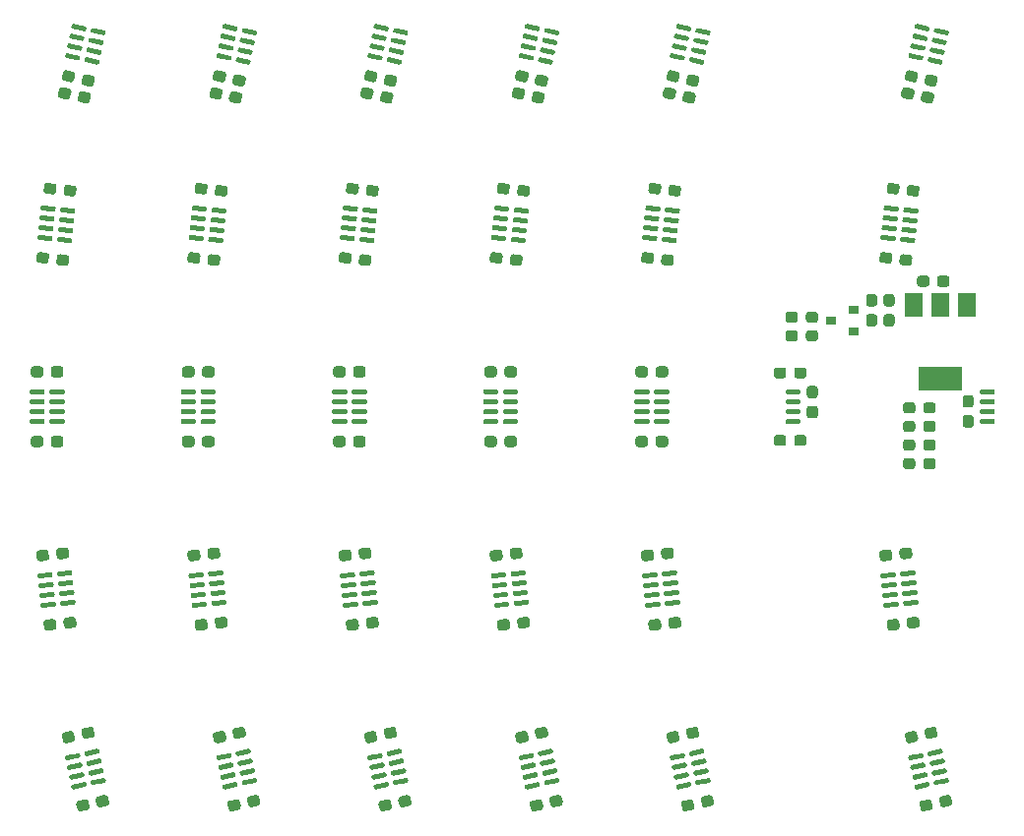
<source format=gbp>
G04 #@! TF.GenerationSoftware,KiCad,Pcbnew,(5.1.10)-1*
G04 #@! TF.CreationDate,2021-11-24T21:38:53+01:00*
G04 #@! TF.ProjectId,pcb,7063622e-6b69-4636-9164-5f7063625858,rev?*
G04 #@! TF.SameCoordinates,Original*
G04 #@! TF.FileFunction,Paste,Bot*
G04 #@! TF.FilePolarity,Positive*
%FSLAX46Y46*%
G04 Gerber Fmt 4.6, Leading zero omitted, Abs format (unit mm)*
G04 Created by KiCad (PCBNEW (5.1.10)-1) date 2021-11-24 21:38:53*
%MOMM*%
%LPD*%
G01*
G04 APERTURE LIST*
%ADD10R,1.500000X2.000000*%
%ADD11R,3.800000X2.000000*%
%ADD12R,0.900000X0.800000*%
G04 APERTURE END LIST*
G36*
G01*
X135875000Y-88962500D02*
X135875000Y-89437500D01*
G75*
G02*
X135637500Y-89675000I-237500J0D01*
G01*
X135037500Y-89675000D01*
G75*
G02*
X134800000Y-89437500I0J237500D01*
G01*
X134800000Y-88962500D01*
G75*
G02*
X135037500Y-88725000I237500J0D01*
G01*
X135637500Y-88725000D01*
G75*
G02*
X135875000Y-88962500I0J-237500D01*
G01*
G37*
G36*
G01*
X137600000Y-88962500D02*
X137600000Y-89437500D01*
G75*
G02*
X137362500Y-89675000I-237500J0D01*
G01*
X136762500Y-89675000D01*
G75*
G02*
X136525000Y-89437500I0J237500D01*
G01*
X136525000Y-88962500D01*
G75*
G02*
X136762500Y-88725000I237500J0D01*
G01*
X137362500Y-88725000D01*
G75*
G02*
X137600000Y-88962500I0J-237500D01*
G01*
G37*
D10*
X134500000Y-91250000D03*
X139100000Y-91250000D03*
X136800000Y-91250000D03*
D11*
X136800000Y-97550000D03*
G36*
G01*
X133961631Y-118885793D02*
X133911980Y-118413396D01*
G75*
G02*
X134123353Y-118152371I236199J24826D01*
G01*
X134720066Y-118089654D01*
G75*
G02*
X134981091Y-118301027I24826J-236199D01*
G01*
X135030742Y-118773424D01*
G75*
G02*
X134819369Y-119034449I-236199J-24826D01*
G01*
X134222656Y-119097166D01*
G75*
G02*
X133961631Y-118885793I-24826J236199D01*
G01*
G37*
G36*
G01*
X132246081Y-119066105D02*
X132196430Y-118593708D01*
G75*
G02*
X132407803Y-118332683I236199J24826D01*
G01*
X133004516Y-118269966D01*
G75*
G02*
X133265541Y-118481339I24826J-236199D01*
G01*
X133315192Y-118953736D01*
G75*
G02*
X133103819Y-119214761I-236199J-24826D01*
G01*
X132507106Y-119277478D01*
G75*
G02*
X132246081Y-119066105I-24826J236199D01*
G01*
G37*
G36*
G01*
X124250000Y-103137500D02*
X124250000Y-102662500D01*
G75*
G02*
X124487500Y-102425000I237500J0D01*
G01*
X125062500Y-102425000D01*
G75*
G02*
X125300000Y-102662500I0J-237500D01*
G01*
X125300000Y-103137500D01*
G75*
G02*
X125062500Y-103375000I-237500J0D01*
G01*
X124487500Y-103375000D01*
G75*
G02*
X124250000Y-103137500I0J237500D01*
G01*
G37*
G36*
G01*
X122500000Y-103137500D02*
X122500000Y-102662500D01*
G75*
G02*
X122737500Y-102425000I237500J0D01*
G01*
X123312500Y-102425000D01*
G75*
G02*
X123550000Y-102662500I0J-237500D01*
G01*
X123550000Y-103137500D01*
G75*
G02*
X123312500Y-103375000I-237500J0D01*
G01*
X122737500Y-103375000D01*
G75*
G02*
X122500000Y-103137500I0J237500D01*
G01*
G37*
G36*
G01*
X123550000Y-96862500D02*
X123550000Y-97337500D01*
G75*
G02*
X123312500Y-97575000I-237500J0D01*
G01*
X122737500Y-97575000D01*
G75*
G02*
X122500000Y-97337500I0J237500D01*
G01*
X122500000Y-96862500D01*
G75*
G02*
X122737500Y-96625000I237500J0D01*
G01*
X123312500Y-96625000D01*
G75*
G02*
X123550000Y-96862500I0J-237500D01*
G01*
G37*
G36*
G01*
X125300000Y-96862500D02*
X125300000Y-97337500D01*
G75*
G02*
X125062500Y-97575000I-237500J0D01*
G01*
X124487500Y-97575000D01*
G75*
G02*
X124250000Y-97337500I0J237500D01*
G01*
X124250000Y-96862500D01*
G75*
G02*
X124487500Y-96625000I237500J0D01*
G01*
X125062500Y-96625000D01*
G75*
G02*
X125300000Y-96862500I0J-237500D01*
G01*
G37*
G36*
G01*
X134650000Y-101462500D02*
X134650000Y-101937500D01*
G75*
G02*
X134412500Y-102175000I-237500J0D01*
G01*
X133837500Y-102175000D01*
G75*
G02*
X133600000Y-101937500I0J237500D01*
G01*
X133600000Y-101462500D01*
G75*
G02*
X133837500Y-101225000I237500J0D01*
G01*
X134412500Y-101225000D01*
G75*
G02*
X134650000Y-101462500I0J-237500D01*
G01*
G37*
G36*
G01*
X136400000Y-101462500D02*
X136400000Y-101937500D01*
G75*
G02*
X136162500Y-102175000I-237500J0D01*
G01*
X135587500Y-102175000D01*
G75*
G02*
X135350000Y-101937500I0J237500D01*
G01*
X135350000Y-101462500D01*
G75*
G02*
X135587500Y-101225000I237500J0D01*
G01*
X136162500Y-101225000D01*
G75*
G02*
X136400000Y-101462500I0J-237500D01*
G01*
G37*
G36*
G01*
X135350000Y-105137500D02*
X135350000Y-104662500D01*
G75*
G02*
X135587500Y-104425000I237500J0D01*
G01*
X136162500Y-104425000D01*
G75*
G02*
X136400000Y-104662500I0J-237500D01*
G01*
X136400000Y-105137500D01*
G75*
G02*
X136162500Y-105375000I-237500J0D01*
G01*
X135587500Y-105375000D01*
G75*
G02*
X135350000Y-105137500I0J237500D01*
G01*
G37*
G36*
G01*
X133600000Y-105137500D02*
X133600000Y-104662500D01*
G75*
G02*
X133837500Y-104425000I237500J0D01*
G01*
X134412500Y-104425000D01*
G75*
G02*
X134650000Y-104662500I0J-237500D01*
G01*
X134650000Y-105137500D01*
G75*
G02*
X134412500Y-105375000I-237500J0D01*
G01*
X133837500Y-105375000D01*
G75*
G02*
X133600000Y-105137500I0J237500D01*
G01*
G37*
G36*
G01*
X135350000Y-100337500D02*
X135350000Y-99862500D01*
G75*
G02*
X135587500Y-99625000I237500J0D01*
G01*
X136162500Y-99625000D01*
G75*
G02*
X136400000Y-99862500I0J-237500D01*
G01*
X136400000Y-100337500D01*
G75*
G02*
X136162500Y-100575000I-237500J0D01*
G01*
X135587500Y-100575000D01*
G75*
G02*
X135350000Y-100337500I0J237500D01*
G01*
G37*
G36*
G01*
X133600000Y-100337500D02*
X133600000Y-99862500D01*
G75*
G02*
X133837500Y-99625000I237500J0D01*
G01*
X134412500Y-99625000D01*
G75*
G02*
X134650000Y-99862500I0J-237500D01*
G01*
X134650000Y-100337500D01*
G75*
G02*
X134412500Y-100575000I-237500J0D01*
G01*
X133837500Y-100575000D01*
G75*
G02*
X133600000Y-100337500I0J237500D01*
G01*
G37*
G36*
G01*
X134650000Y-103062500D02*
X134650000Y-103537500D01*
G75*
G02*
X134412500Y-103775000I-237500J0D01*
G01*
X133837500Y-103775000D01*
G75*
G02*
X133600000Y-103537500I0J237500D01*
G01*
X133600000Y-103062500D01*
G75*
G02*
X133837500Y-102825000I237500J0D01*
G01*
X134412500Y-102825000D01*
G75*
G02*
X134650000Y-103062500I0J-237500D01*
G01*
G37*
G36*
G01*
X136400000Y-103062500D02*
X136400000Y-103537500D01*
G75*
G02*
X136162500Y-103775000I-237500J0D01*
G01*
X135587500Y-103775000D01*
G75*
G02*
X135350000Y-103537500I0J237500D01*
G01*
X135350000Y-103062500D01*
G75*
G02*
X135587500Y-102825000I237500J0D01*
G01*
X136162500Y-102825000D01*
G75*
G02*
X136400000Y-103062500I0J-237500D01*
G01*
G37*
G36*
G01*
X125250000Y-94137500D02*
X125250000Y-93662500D01*
G75*
G02*
X125487500Y-93425000I237500J0D01*
G01*
X126062500Y-93425000D01*
G75*
G02*
X126300000Y-93662500I0J-237500D01*
G01*
X126300000Y-94137500D01*
G75*
G02*
X126062500Y-94375000I-237500J0D01*
G01*
X125487500Y-94375000D01*
G75*
G02*
X125250000Y-94137500I0J237500D01*
G01*
G37*
G36*
G01*
X123500000Y-94137500D02*
X123500000Y-93662500D01*
G75*
G02*
X123737500Y-93425000I237500J0D01*
G01*
X124312500Y-93425000D01*
G75*
G02*
X124550000Y-93662500I0J-237500D01*
G01*
X124550000Y-94137500D01*
G75*
G02*
X124312500Y-94375000I-237500J0D01*
G01*
X123737500Y-94375000D01*
G75*
G02*
X123500000Y-94137500I0J237500D01*
G01*
G37*
G36*
G01*
X125250000Y-92537500D02*
X125250000Y-92062500D01*
G75*
G02*
X125487500Y-91825000I237500J0D01*
G01*
X126062500Y-91825000D01*
G75*
G02*
X126300000Y-92062500I0J-237500D01*
G01*
X126300000Y-92537500D01*
G75*
G02*
X126062500Y-92775000I-237500J0D01*
G01*
X125487500Y-92775000D01*
G75*
G02*
X125250000Y-92537500I0J237500D01*
G01*
G37*
G36*
G01*
X123500000Y-92537500D02*
X123500000Y-92062500D01*
G75*
G02*
X123737500Y-91825000I237500J0D01*
G01*
X124312500Y-91825000D01*
G75*
G02*
X124550000Y-92062500I0J-237500D01*
G01*
X124550000Y-92537500D01*
G75*
G02*
X124312500Y-92775000I-237500J0D01*
G01*
X123737500Y-92775000D01*
G75*
G02*
X123500000Y-92537500I0J237500D01*
G01*
G37*
D12*
X127400000Y-92600000D03*
X129400000Y-93550000D03*
X129400000Y-91650000D03*
G36*
G01*
X137473265Y-132362512D02*
X136407084Y-132589135D01*
G75*
G02*
X136282548Y-132508261I-21831J102705D01*
G01*
X136238887Y-132302850D01*
G75*
G02*
X136319761Y-132178314I102705J21831D01*
G01*
X137385942Y-131951691D01*
G75*
G02*
X137510478Y-132032565I21831J-102705D01*
G01*
X137554139Y-132237976D01*
G75*
G02*
X137473265Y-132362512I-102705J-21831D01*
G01*
G37*
G36*
G01*
X137296541Y-131531086D02*
X136230360Y-131757709D01*
G75*
G02*
X136105824Y-131676835I-21831J102705D01*
G01*
X136062163Y-131471424D01*
G75*
G02*
X136143037Y-131346888I102705J21831D01*
G01*
X137209218Y-131120265D01*
G75*
G02*
X137333754Y-131201139I21831J-102705D01*
G01*
X137377415Y-131406550D01*
G75*
G02*
X137296541Y-131531086I-102705J-21831D01*
G01*
G37*
G36*
G01*
X137119816Y-130699661D02*
X136053635Y-130926284D01*
G75*
G02*
X135929099Y-130845410I-21831J102705D01*
G01*
X135885438Y-130639999D01*
G75*
G02*
X135966312Y-130515463I102705J21831D01*
G01*
X137032493Y-130288840D01*
G75*
G02*
X137157029Y-130369714I21831J-102705D01*
G01*
X137200690Y-130575125D01*
G75*
G02*
X137119816Y-130699661I-102705J-21831D01*
G01*
G37*
G36*
G01*
X136943091Y-129868235D02*
X135876910Y-130094858D01*
G75*
G02*
X135752374Y-130013984I-21831J102705D01*
G01*
X135708713Y-129808573D01*
G75*
G02*
X135789587Y-129684037I102705J21831D01*
G01*
X136855768Y-129457414D01*
G75*
G02*
X136980304Y-129538288I21831J-102705D01*
G01*
X137023965Y-129743699D01*
G75*
G02*
X136943091Y-129868235I-102705J-21831D01*
G01*
G37*
G36*
G01*
X134126735Y-130037488D02*
X135192916Y-129810865D01*
G75*
G02*
X135317452Y-129891739I21831J-102705D01*
G01*
X135361113Y-130097150D01*
G75*
G02*
X135280239Y-130221686I-102705J-21831D01*
G01*
X134214058Y-130448309D01*
G75*
G02*
X134089522Y-130367435I-21831J102705D01*
G01*
X134045861Y-130162024D01*
G75*
G02*
X134126735Y-130037488I102705J21831D01*
G01*
G37*
G36*
G01*
X134303459Y-130868914D02*
X135369640Y-130642291D01*
G75*
G02*
X135494176Y-130723165I21831J-102705D01*
G01*
X135537837Y-130928576D01*
G75*
G02*
X135456963Y-131053112I-102705J-21831D01*
G01*
X134390782Y-131279735D01*
G75*
G02*
X134266246Y-131198861I-21831J102705D01*
G01*
X134222585Y-130993450D01*
G75*
G02*
X134303459Y-130868914I102705J21831D01*
G01*
G37*
G36*
G01*
X134480184Y-131700339D02*
X135546365Y-131473716D01*
G75*
G02*
X135670901Y-131554590I21831J-102705D01*
G01*
X135714562Y-131760001D01*
G75*
G02*
X135633688Y-131884537I-102705J-21831D01*
G01*
X134567507Y-132111160D01*
G75*
G02*
X134442971Y-132030286I-21831J102705D01*
G01*
X134399310Y-131824875D01*
G75*
G02*
X134480184Y-131700339I102705J21831D01*
G01*
G37*
G36*
G01*
X134656909Y-132531765D02*
X135723090Y-132305142D01*
G75*
G02*
X135847626Y-132386016I21831J-102705D01*
G01*
X135891287Y-132591427D01*
G75*
G02*
X135810413Y-132715963I-102705J-21831D01*
G01*
X134744232Y-132942586D01*
G75*
G02*
X134619696Y-132861712I-21831J102705D01*
G01*
X134576035Y-132656301D01*
G75*
G02*
X134656909Y-132531765I102705J21831D01*
G01*
G37*
G36*
G01*
X134842583Y-117031048D02*
X133758554Y-117144984D01*
G75*
G02*
X133643154Y-117051534I-10975J104425D01*
G01*
X133621203Y-116842684D01*
G75*
G02*
X133714653Y-116727284I104425J10975D01*
G01*
X134798682Y-116613348D01*
G75*
G02*
X134914082Y-116706798I10975J-104425D01*
G01*
X134936033Y-116915648D01*
G75*
G02*
X134842583Y-117031048I-104425J-10975D01*
G01*
G37*
G36*
G01*
X134753733Y-116185704D02*
X133669704Y-116299640D01*
G75*
G02*
X133554304Y-116206190I-10975J104425D01*
G01*
X133532353Y-115997340D01*
G75*
G02*
X133625803Y-115881940I104425J10975D01*
G01*
X134709832Y-115768004D01*
G75*
G02*
X134825232Y-115861454I10975J-104425D01*
G01*
X134847183Y-116070304D01*
G75*
G02*
X134753733Y-116185704I-104425J-10975D01*
G01*
G37*
G36*
G01*
X134664884Y-115340361D02*
X133580855Y-115454297D01*
G75*
G02*
X133465455Y-115360847I-10975J104425D01*
G01*
X133443504Y-115151997D01*
G75*
G02*
X133536954Y-115036597I104425J10975D01*
G01*
X134620983Y-114922661D01*
G75*
G02*
X134736383Y-115016111I10975J-104425D01*
G01*
X134758334Y-115224961D01*
G75*
G02*
X134664884Y-115340361I-104425J-10975D01*
G01*
G37*
G36*
G01*
X134576035Y-114495017D02*
X133492006Y-114608953D01*
G75*
G02*
X133376606Y-114515503I-10975J104425D01*
G01*
X133354655Y-114306653D01*
G75*
G02*
X133448105Y-114191253I104425J10975D01*
G01*
X134532134Y-114077317D01*
G75*
G02*
X134647534Y-114170767I10975J-104425D01*
G01*
X134669485Y-114379617D01*
G75*
G02*
X134576035Y-114495017I-104425J-10975D01*
G01*
G37*
G36*
G01*
X131757417Y-114368952D02*
X132841446Y-114255016D01*
G75*
G02*
X132956846Y-114348466I10975J-104425D01*
G01*
X132978797Y-114557316D01*
G75*
G02*
X132885347Y-114672716I-104425J-10975D01*
G01*
X131801318Y-114786652D01*
G75*
G02*
X131685918Y-114693202I-10975J104425D01*
G01*
X131663967Y-114484352D01*
G75*
G02*
X131757417Y-114368952I104425J10975D01*
G01*
G37*
G36*
G01*
X131846267Y-115214296D02*
X132930296Y-115100360D01*
G75*
G02*
X133045696Y-115193810I10975J-104425D01*
G01*
X133067647Y-115402660D01*
G75*
G02*
X132974197Y-115518060I-104425J-10975D01*
G01*
X131890168Y-115631996D01*
G75*
G02*
X131774768Y-115538546I-10975J104425D01*
G01*
X131752817Y-115329696D01*
G75*
G02*
X131846267Y-115214296I104425J10975D01*
G01*
G37*
G36*
G01*
X131935116Y-116059639D02*
X133019145Y-115945703D01*
G75*
G02*
X133134545Y-116039153I10975J-104425D01*
G01*
X133156496Y-116248003D01*
G75*
G02*
X133063046Y-116363403I-104425J-10975D01*
G01*
X131979017Y-116477339D01*
G75*
G02*
X131863617Y-116383889I-10975J104425D01*
G01*
X131841666Y-116175039D01*
G75*
G02*
X131935116Y-116059639I104425J10975D01*
G01*
G37*
G36*
G01*
X132023965Y-116904983D02*
X133107994Y-116791047D01*
G75*
G02*
X133223394Y-116884497I10975J-104425D01*
G01*
X133245345Y-117093347D01*
G75*
G02*
X133151895Y-117208747I-104425J-10975D01*
G01*
X132067866Y-117322683D01*
G75*
G02*
X131952466Y-117229233I-10975J104425D01*
G01*
X131930515Y-117020383D01*
G75*
G02*
X132023965Y-116904983I104425J10975D01*
G01*
G37*
G36*
G01*
X141395000Y-101485000D02*
X140305000Y-101485000D01*
G75*
G02*
X140200000Y-101380000I0J105000D01*
G01*
X140200000Y-101170000D01*
G75*
G02*
X140305000Y-101065000I105000J0D01*
G01*
X141395000Y-101065000D01*
G75*
G02*
X141500000Y-101170000I0J-105000D01*
G01*
X141500000Y-101380000D01*
G75*
G02*
X141395000Y-101485000I-105000J0D01*
G01*
G37*
G36*
G01*
X141395000Y-100635000D02*
X140305000Y-100635000D01*
G75*
G02*
X140200000Y-100530000I0J105000D01*
G01*
X140200000Y-100320000D01*
G75*
G02*
X140305000Y-100215000I105000J0D01*
G01*
X141395000Y-100215000D01*
G75*
G02*
X141500000Y-100320000I0J-105000D01*
G01*
X141500000Y-100530000D01*
G75*
G02*
X141395000Y-100635000I-105000J0D01*
G01*
G37*
G36*
G01*
X141395000Y-99785000D02*
X140305000Y-99785000D01*
G75*
G02*
X140200000Y-99680000I0J105000D01*
G01*
X140200000Y-99470000D01*
G75*
G02*
X140305000Y-99365000I105000J0D01*
G01*
X141395000Y-99365000D01*
G75*
G02*
X141500000Y-99470000I0J-105000D01*
G01*
X141500000Y-99680000D01*
G75*
G02*
X141395000Y-99785000I-105000J0D01*
G01*
G37*
G36*
G01*
X141395000Y-98935000D02*
X140305000Y-98935000D01*
G75*
G02*
X140200000Y-98830000I0J105000D01*
G01*
X140200000Y-98620000D01*
G75*
G02*
X140305000Y-98515000I105000J0D01*
G01*
X141395000Y-98515000D01*
G75*
G02*
X141500000Y-98620000I0J-105000D01*
G01*
X141500000Y-98830000D01*
G75*
G02*
X141395000Y-98935000I-105000J0D01*
G01*
G37*
G36*
G01*
X123605000Y-98515000D02*
X124695000Y-98515000D01*
G75*
G02*
X124800000Y-98620000I0J-105000D01*
G01*
X124800000Y-98830000D01*
G75*
G02*
X124695000Y-98935000I-105000J0D01*
G01*
X123605000Y-98935000D01*
G75*
G02*
X123500000Y-98830000I0J105000D01*
G01*
X123500000Y-98620000D01*
G75*
G02*
X123605000Y-98515000I105000J0D01*
G01*
G37*
G36*
G01*
X123605000Y-99365000D02*
X124695000Y-99365000D01*
G75*
G02*
X124800000Y-99470000I0J-105000D01*
G01*
X124800000Y-99680000D01*
G75*
G02*
X124695000Y-99785000I-105000J0D01*
G01*
X123605000Y-99785000D01*
G75*
G02*
X123500000Y-99680000I0J105000D01*
G01*
X123500000Y-99470000D01*
G75*
G02*
X123605000Y-99365000I105000J0D01*
G01*
G37*
G36*
G01*
X123605000Y-100215000D02*
X124695000Y-100215000D01*
G75*
G02*
X124800000Y-100320000I0J-105000D01*
G01*
X124800000Y-100530000D01*
G75*
G02*
X124695000Y-100635000I-105000J0D01*
G01*
X123605000Y-100635000D01*
G75*
G02*
X123500000Y-100530000I0J105000D01*
G01*
X123500000Y-100320000D01*
G75*
G02*
X123605000Y-100215000I105000J0D01*
G01*
G37*
G36*
G01*
X123605000Y-101065000D02*
X124695000Y-101065000D01*
G75*
G02*
X124800000Y-101170000I0J-105000D01*
G01*
X124800000Y-101380000D01*
G75*
G02*
X124695000Y-101485000I-105000J0D01*
G01*
X123605000Y-101485000D01*
G75*
G02*
X123500000Y-101380000I0J105000D01*
G01*
X123500000Y-101170000D01*
G75*
G02*
X123605000Y-101065000I105000J0D01*
G01*
G37*
G36*
G01*
X134532134Y-85922683D02*
X133448105Y-85808747D01*
G75*
G02*
X133354655Y-85693347I10975J104425D01*
G01*
X133376606Y-85484497D01*
G75*
G02*
X133492006Y-85391047I104425J-10975D01*
G01*
X134576035Y-85504983D01*
G75*
G02*
X134669485Y-85620383I-10975J-104425D01*
G01*
X134647534Y-85829233D01*
G75*
G02*
X134532134Y-85922683I-104425J10975D01*
G01*
G37*
G36*
G01*
X134620983Y-85077339D02*
X133536954Y-84963403D01*
G75*
G02*
X133443504Y-84848003I10975J104425D01*
G01*
X133465455Y-84639153D01*
G75*
G02*
X133580855Y-84545703I104425J-10975D01*
G01*
X134664884Y-84659639D01*
G75*
G02*
X134758334Y-84775039I-10975J-104425D01*
G01*
X134736383Y-84983889D01*
G75*
G02*
X134620983Y-85077339I-104425J10975D01*
G01*
G37*
G36*
G01*
X134709832Y-84231996D02*
X133625803Y-84118060D01*
G75*
G02*
X133532353Y-84002660I10975J104425D01*
G01*
X133554304Y-83793810D01*
G75*
G02*
X133669704Y-83700360I104425J-10975D01*
G01*
X134753733Y-83814296D01*
G75*
G02*
X134847183Y-83929696I-10975J-104425D01*
G01*
X134825232Y-84138546D01*
G75*
G02*
X134709832Y-84231996I-104425J10975D01*
G01*
G37*
G36*
G01*
X134798682Y-83386652D02*
X133714653Y-83272716D01*
G75*
G02*
X133621203Y-83157316I10975J104425D01*
G01*
X133643154Y-82948466D01*
G75*
G02*
X133758554Y-82855016I104425J-10975D01*
G01*
X134842583Y-82968952D01*
G75*
G02*
X134936033Y-83084352I-10975J-104425D01*
G01*
X134914082Y-83293202D01*
G75*
G02*
X134798682Y-83386652I-104425J10975D01*
G01*
G37*
G36*
G01*
X132067866Y-82677317D02*
X133151895Y-82791253D01*
G75*
G02*
X133245345Y-82906653I-10975J-104425D01*
G01*
X133223394Y-83115503D01*
G75*
G02*
X133107994Y-83208953I-104425J10975D01*
G01*
X132023965Y-83095017D01*
G75*
G02*
X131930515Y-82979617I10975J104425D01*
G01*
X131952466Y-82770767D01*
G75*
G02*
X132067866Y-82677317I104425J-10975D01*
G01*
G37*
G36*
G01*
X131979017Y-83522661D02*
X133063046Y-83636597D01*
G75*
G02*
X133156496Y-83751997I-10975J-104425D01*
G01*
X133134545Y-83960847D01*
G75*
G02*
X133019145Y-84054297I-104425J10975D01*
G01*
X131935116Y-83940361D01*
G75*
G02*
X131841666Y-83824961I10975J104425D01*
G01*
X131863617Y-83616111D01*
G75*
G02*
X131979017Y-83522661I104425J-10975D01*
G01*
G37*
G36*
G01*
X131890168Y-84368004D02*
X132974197Y-84481940D01*
G75*
G02*
X133067647Y-84597340I-10975J-104425D01*
G01*
X133045696Y-84806190D01*
G75*
G02*
X132930296Y-84899640I-104425J10975D01*
G01*
X131846267Y-84785704D01*
G75*
G02*
X131752817Y-84670304I10975J104425D01*
G01*
X131774768Y-84461454D01*
G75*
G02*
X131890168Y-84368004I104425J-10975D01*
G01*
G37*
G36*
G01*
X131801318Y-85213348D02*
X132885347Y-85327284D01*
G75*
G02*
X132978797Y-85442684I-10975J-104425D01*
G01*
X132956846Y-85651534D01*
G75*
G02*
X132841446Y-85744984I-104425J10975D01*
G01*
X131757417Y-85631048D01*
G75*
G02*
X131663967Y-85515648I10975J104425D01*
G01*
X131685918Y-85306798D01*
G75*
G02*
X131801318Y-85213348I104425J-10975D01*
G01*
G37*
G36*
G01*
X136855768Y-70542586D02*
X135789587Y-70315963D01*
G75*
G02*
X135708713Y-70191427I21831J102705D01*
G01*
X135752374Y-69986016D01*
G75*
G02*
X135876910Y-69905142I102705J-21831D01*
G01*
X136943091Y-70131765D01*
G75*
G02*
X137023965Y-70256301I-21831J-102705D01*
G01*
X136980304Y-70461712D01*
G75*
G02*
X136855768Y-70542586I-102705J21831D01*
G01*
G37*
G36*
G01*
X137032493Y-69711160D02*
X135966312Y-69484537D01*
G75*
G02*
X135885438Y-69360001I21831J102705D01*
G01*
X135929099Y-69154590D01*
G75*
G02*
X136053635Y-69073716I102705J-21831D01*
G01*
X137119816Y-69300339D01*
G75*
G02*
X137200690Y-69424875I-21831J-102705D01*
G01*
X137157029Y-69630286D01*
G75*
G02*
X137032493Y-69711160I-102705J21831D01*
G01*
G37*
G36*
G01*
X137209218Y-68879735D02*
X136143037Y-68653112D01*
G75*
G02*
X136062163Y-68528576I21831J102705D01*
G01*
X136105824Y-68323165D01*
G75*
G02*
X136230360Y-68242291I102705J-21831D01*
G01*
X137296541Y-68468914D01*
G75*
G02*
X137377415Y-68593450I-21831J-102705D01*
G01*
X137333754Y-68798861D01*
G75*
G02*
X137209218Y-68879735I-102705J21831D01*
G01*
G37*
G36*
G01*
X137385942Y-68048309D02*
X136319761Y-67821686D01*
G75*
G02*
X136238887Y-67697150I21831J102705D01*
G01*
X136282548Y-67491739D01*
G75*
G02*
X136407084Y-67410865I102705J-21831D01*
G01*
X137473265Y-67637488D01*
G75*
G02*
X137554139Y-67762024I-21831J-102705D01*
G01*
X137510478Y-67967435D01*
G75*
G02*
X137385942Y-68048309I-102705J21831D01*
G01*
G37*
G36*
G01*
X134744232Y-67057414D02*
X135810413Y-67284037D01*
G75*
G02*
X135891287Y-67408573I-21831J-102705D01*
G01*
X135847626Y-67613984D01*
G75*
G02*
X135723090Y-67694858I-102705J21831D01*
G01*
X134656909Y-67468235D01*
G75*
G02*
X134576035Y-67343699I21831J102705D01*
G01*
X134619696Y-67138288D01*
G75*
G02*
X134744232Y-67057414I102705J-21831D01*
G01*
G37*
G36*
G01*
X134567507Y-67888840D02*
X135633688Y-68115463D01*
G75*
G02*
X135714562Y-68239999I-21831J-102705D01*
G01*
X135670901Y-68445410D01*
G75*
G02*
X135546365Y-68526284I-102705J21831D01*
G01*
X134480184Y-68299661D01*
G75*
G02*
X134399310Y-68175125I21831J102705D01*
G01*
X134442971Y-67969714D01*
G75*
G02*
X134567507Y-67888840I102705J-21831D01*
G01*
G37*
G36*
G01*
X134390782Y-68720265D02*
X135456963Y-68946888D01*
G75*
G02*
X135537837Y-69071424I-21831J-102705D01*
G01*
X135494176Y-69276835D01*
G75*
G02*
X135369640Y-69357709I-102705J21831D01*
G01*
X134303459Y-69131086D01*
G75*
G02*
X134222585Y-69006550I21831J102705D01*
G01*
X134266246Y-68801139D01*
G75*
G02*
X134390782Y-68720265I102705J-21831D01*
G01*
G37*
G36*
G01*
X134214058Y-69551691D02*
X135280239Y-69778314D01*
G75*
G02*
X135361113Y-69902850I-21831J-102705D01*
G01*
X135317452Y-70108261D01*
G75*
G02*
X135192916Y-70189135I-102705J21831D01*
G01*
X134126735Y-69962512D01*
G75*
G02*
X134045861Y-69837976I21831J102705D01*
G01*
X134089522Y-69632565D01*
G75*
G02*
X134214058Y-69551691I102705J-21831D01*
G01*
G37*
G36*
G01*
X116973265Y-132362512D02*
X115907084Y-132589135D01*
G75*
G02*
X115782548Y-132508261I-21831J102705D01*
G01*
X115738887Y-132302850D01*
G75*
G02*
X115819761Y-132178314I102705J21831D01*
G01*
X116885942Y-131951691D01*
G75*
G02*
X117010478Y-132032565I21831J-102705D01*
G01*
X117054139Y-132237976D01*
G75*
G02*
X116973265Y-132362512I-102705J-21831D01*
G01*
G37*
G36*
G01*
X116796541Y-131531086D02*
X115730360Y-131757709D01*
G75*
G02*
X115605824Y-131676835I-21831J102705D01*
G01*
X115562163Y-131471424D01*
G75*
G02*
X115643037Y-131346888I102705J21831D01*
G01*
X116709218Y-131120265D01*
G75*
G02*
X116833754Y-131201139I21831J-102705D01*
G01*
X116877415Y-131406550D01*
G75*
G02*
X116796541Y-131531086I-102705J-21831D01*
G01*
G37*
G36*
G01*
X116619816Y-130699661D02*
X115553635Y-130926284D01*
G75*
G02*
X115429099Y-130845410I-21831J102705D01*
G01*
X115385438Y-130639999D01*
G75*
G02*
X115466312Y-130515463I102705J21831D01*
G01*
X116532493Y-130288840D01*
G75*
G02*
X116657029Y-130369714I21831J-102705D01*
G01*
X116700690Y-130575125D01*
G75*
G02*
X116619816Y-130699661I-102705J-21831D01*
G01*
G37*
G36*
G01*
X116443091Y-129868235D02*
X115376910Y-130094858D01*
G75*
G02*
X115252374Y-130013984I-21831J102705D01*
G01*
X115208713Y-129808573D01*
G75*
G02*
X115289587Y-129684037I102705J21831D01*
G01*
X116355768Y-129457414D01*
G75*
G02*
X116480304Y-129538288I21831J-102705D01*
G01*
X116523965Y-129743699D01*
G75*
G02*
X116443091Y-129868235I-102705J-21831D01*
G01*
G37*
G36*
G01*
X113626735Y-130037488D02*
X114692916Y-129810865D01*
G75*
G02*
X114817452Y-129891739I21831J-102705D01*
G01*
X114861113Y-130097150D01*
G75*
G02*
X114780239Y-130221686I-102705J-21831D01*
G01*
X113714058Y-130448309D01*
G75*
G02*
X113589522Y-130367435I-21831J102705D01*
G01*
X113545861Y-130162024D01*
G75*
G02*
X113626735Y-130037488I102705J21831D01*
G01*
G37*
G36*
G01*
X113803459Y-130868914D02*
X114869640Y-130642291D01*
G75*
G02*
X114994176Y-130723165I21831J-102705D01*
G01*
X115037837Y-130928576D01*
G75*
G02*
X114956963Y-131053112I-102705J-21831D01*
G01*
X113890782Y-131279735D01*
G75*
G02*
X113766246Y-131198861I-21831J102705D01*
G01*
X113722585Y-130993450D01*
G75*
G02*
X113803459Y-130868914I102705J21831D01*
G01*
G37*
G36*
G01*
X113980184Y-131700339D02*
X115046365Y-131473716D01*
G75*
G02*
X115170901Y-131554590I21831J-102705D01*
G01*
X115214562Y-131760001D01*
G75*
G02*
X115133688Y-131884537I-102705J-21831D01*
G01*
X114067507Y-132111160D01*
G75*
G02*
X113942971Y-132030286I-21831J102705D01*
G01*
X113899310Y-131824875D01*
G75*
G02*
X113980184Y-131700339I102705J21831D01*
G01*
G37*
G36*
G01*
X114156909Y-132531765D02*
X115223090Y-132305142D01*
G75*
G02*
X115347626Y-132386016I21831J-102705D01*
G01*
X115391287Y-132591427D01*
G75*
G02*
X115310413Y-132715963I-102705J-21831D01*
G01*
X114244232Y-132942586D01*
G75*
G02*
X114119696Y-132861712I-21831J102705D01*
G01*
X114076035Y-132656301D01*
G75*
G02*
X114156909Y-132531765I102705J21831D01*
G01*
G37*
G36*
G01*
X114342583Y-117031048D02*
X113258554Y-117144984D01*
G75*
G02*
X113143154Y-117051534I-10975J104425D01*
G01*
X113121203Y-116842684D01*
G75*
G02*
X113214653Y-116727284I104425J10975D01*
G01*
X114298682Y-116613348D01*
G75*
G02*
X114414082Y-116706798I10975J-104425D01*
G01*
X114436033Y-116915648D01*
G75*
G02*
X114342583Y-117031048I-104425J-10975D01*
G01*
G37*
G36*
G01*
X114253733Y-116185704D02*
X113169704Y-116299640D01*
G75*
G02*
X113054304Y-116206190I-10975J104425D01*
G01*
X113032353Y-115997340D01*
G75*
G02*
X113125803Y-115881940I104425J10975D01*
G01*
X114209832Y-115768004D01*
G75*
G02*
X114325232Y-115861454I10975J-104425D01*
G01*
X114347183Y-116070304D01*
G75*
G02*
X114253733Y-116185704I-104425J-10975D01*
G01*
G37*
G36*
G01*
X114164884Y-115340361D02*
X113080855Y-115454297D01*
G75*
G02*
X112965455Y-115360847I-10975J104425D01*
G01*
X112943504Y-115151997D01*
G75*
G02*
X113036954Y-115036597I104425J10975D01*
G01*
X114120983Y-114922661D01*
G75*
G02*
X114236383Y-115016111I10975J-104425D01*
G01*
X114258334Y-115224961D01*
G75*
G02*
X114164884Y-115340361I-104425J-10975D01*
G01*
G37*
G36*
G01*
X114076035Y-114495017D02*
X112992006Y-114608953D01*
G75*
G02*
X112876606Y-114515503I-10975J104425D01*
G01*
X112854655Y-114306653D01*
G75*
G02*
X112948105Y-114191253I104425J10975D01*
G01*
X114032134Y-114077317D01*
G75*
G02*
X114147534Y-114170767I10975J-104425D01*
G01*
X114169485Y-114379617D01*
G75*
G02*
X114076035Y-114495017I-104425J-10975D01*
G01*
G37*
G36*
G01*
X111257417Y-114368952D02*
X112341446Y-114255016D01*
G75*
G02*
X112456846Y-114348466I10975J-104425D01*
G01*
X112478797Y-114557316D01*
G75*
G02*
X112385347Y-114672716I-104425J-10975D01*
G01*
X111301318Y-114786652D01*
G75*
G02*
X111185918Y-114693202I-10975J104425D01*
G01*
X111163967Y-114484352D01*
G75*
G02*
X111257417Y-114368952I104425J10975D01*
G01*
G37*
G36*
G01*
X111346267Y-115214296D02*
X112430296Y-115100360D01*
G75*
G02*
X112545696Y-115193810I10975J-104425D01*
G01*
X112567647Y-115402660D01*
G75*
G02*
X112474197Y-115518060I-104425J-10975D01*
G01*
X111390168Y-115631996D01*
G75*
G02*
X111274768Y-115538546I-10975J104425D01*
G01*
X111252817Y-115329696D01*
G75*
G02*
X111346267Y-115214296I104425J10975D01*
G01*
G37*
G36*
G01*
X111435116Y-116059639D02*
X112519145Y-115945703D01*
G75*
G02*
X112634545Y-116039153I10975J-104425D01*
G01*
X112656496Y-116248003D01*
G75*
G02*
X112563046Y-116363403I-104425J-10975D01*
G01*
X111479017Y-116477339D01*
G75*
G02*
X111363617Y-116383889I-10975J104425D01*
G01*
X111341666Y-116175039D01*
G75*
G02*
X111435116Y-116059639I104425J10975D01*
G01*
G37*
G36*
G01*
X111523965Y-116904983D02*
X112607994Y-116791047D01*
G75*
G02*
X112723394Y-116884497I10975J-104425D01*
G01*
X112745345Y-117093347D01*
G75*
G02*
X112651895Y-117208747I-104425J-10975D01*
G01*
X111567866Y-117322683D01*
G75*
G02*
X111452466Y-117229233I-10975J104425D01*
G01*
X111430515Y-117020383D01*
G75*
G02*
X111523965Y-116904983I104425J10975D01*
G01*
G37*
G36*
G01*
X113395000Y-101485000D02*
X112305000Y-101485000D01*
G75*
G02*
X112200000Y-101380000I0J105000D01*
G01*
X112200000Y-101170000D01*
G75*
G02*
X112305000Y-101065000I105000J0D01*
G01*
X113395000Y-101065000D01*
G75*
G02*
X113500000Y-101170000I0J-105000D01*
G01*
X113500000Y-101380000D01*
G75*
G02*
X113395000Y-101485000I-105000J0D01*
G01*
G37*
G36*
G01*
X113395000Y-100635000D02*
X112305000Y-100635000D01*
G75*
G02*
X112200000Y-100530000I0J105000D01*
G01*
X112200000Y-100320000D01*
G75*
G02*
X112305000Y-100215000I105000J0D01*
G01*
X113395000Y-100215000D01*
G75*
G02*
X113500000Y-100320000I0J-105000D01*
G01*
X113500000Y-100530000D01*
G75*
G02*
X113395000Y-100635000I-105000J0D01*
G01*
G37*
G36*
G01*
X113395000Y-99785000D02*
X112305000Y-99785000D01*
G75*
G02*
X112200000Y-99680000I0J105000D01*
G01*
X112200000Y-99470000D01*
G75*
G02*
X112305000Y-99365000I105000J0D01*
G01*
X113395000Y-99365000D01*
G75*
G02*
X113500000Y-99470000I0J-105000D01*
G01*
X113500000Y-99680000D01*
G75*
G02*
X113395000Y-99785000I-105000J0D01*
G01*
G37*
G36*
G01*
X113395000Y-98935000D02*
X112305000Y-98935000D01*
G75*
G02*
X112200000Y-98830000I0J105000D01*
G01*
X112200000Y-98620000D01*
G75*
G02*
X112305000Y-98515000I105000J0D01*
G01*
X113395000Y-98515000D01*
G75*
G02*
X113500000Y-98620000I0J-105000D01*
G01*
X113500000Y-98830000D01*
G75*
G02*
X113395000Y-98935000I-105000J0D01*
G01*
G37*
G36*
G01*
X110605000Y-98515000D02*
X111695000Y-98515000D01*
G75*
G02*
X111800000Y-98620000I0J-105000D01*
G01*
X111800000Y-98830000D01*
G75*
G02*
X111695000Y-98935000I-105000J0D01*
G01*
X110605000Y-98935000D01*
G75*
G02*
X110500000Y-98830000I0J105000D01*
G01*
X110500000Y-98620000D01*
G75*
G02*
X110605000Y-98515000I105000J0D01*
G01*
G37*
G36*
G01*
X110605000Y-99365000D02*
X111695000Y-99365000D01*
G75*
G02*
X111800000Y-99470000I0J-105000D01*
G01*
X111800000Y-99680000D01*
G75*
G02*
X111695000Y-99785000I-105000J0D01*
G01*
X110605000Y-99785000D01*
G75*
G02*
X110500000Y-99680000I0J105000D01*
G01*
X110500000Y-99470000D01*
G75*
G02*
X110605000Y-99365000I105000J0D01*
G01*
G37*
G36*
G01*
X110605000Y-100215000D02*
X111695000Y-100215000D01*
G75*
G02*
X111800000Y-100320000I0J-105000D01*
G01*
X111800000Y-100530000D01*
G75*
G02*
X111695000Y-100635000I-105000J0D01*
G01*
X110605000Y-100635000D01*
G75*
G02*
X110500000Y-100530000I0J105000D01*
G01*
X110500000Y-100320000D01*
G75*
G02*
X110605000Y-100215000I105000J0D01*
G01*
G37*
G36*
G01*
X110605000Y-101065000D02*
X111695000Y-101065000D01*
G75*
G02*
X111800000Y-101170000I0J-105000D01*
G01*
X111800000Y-101380000D01*
G75*
G02*
X111695000Y-101485000I-105000J0D01*
G01*
X110605000Y-101485000D01*
G75*
G02*
X110500000Y-101380000I0J105000D01*
G01*
X110500000Y-101170000D01*
G75*
G02*
X110605000Y-101065000I105000J0D01*
G01*
G37*
G36*
G01*
X114032134Y-85922683D02*
X112948105Y-85808747D01*
G75*
G02*
X112854655Y-85693347I10975J104425D01*
G01*
X112876606Y-85484497D01*
G75*
G02*
X112992006Y-85391047I104425J-10975D01*
G01*
X114076035Y-85504983D01*
G75*
G02*
X114169485Y-85620383I-10975J-104425D01*
G01*
X114147534Y-85829233D01*
G75*
G02*
X114032134Y-85922683I-104425J10975D01*
G01*
G37*
G36*
G01*
X114120983Y-85077339D02*
X113036954Y-84963403D01*
G75*
G02*
X112943504Y-84848003I10975J104425D01*
G01*
X112965455Y-84639153D01*
G75*
G02*
X113080855Y-84545703I104425J-10975D01*
G01*
X114164884Y-84659639D01*
G75*
G02*
X114258334Y-84775039I-10975J-104425D01*
G01*
X114236383Y-84983889D01*
G75*
G02*
X114120983Y-85077339I-104425J10975D01*
G01*
G37*
G36*
G01*
X114209832Y-84231996D02*
X113125803Y-84118060D01*
G75*
G02*
X113032353Y-84002660I10975J104425D01*
G01*
X113054304Y-83793810D01*
G75*
G02*
X113169704Y-83700360I104425J-10975D01*
G01*
X114253733Y-83814296D01*
G75*
G02*
X114347183Y-83929696I-10975J-104425D01*
G01*
X114325232Y-84138546D01*
G75*
G02*
X114209832Y-84231996I-104425J10975D01*
G01*
G37*
G36*
G01*
X114298682Y-83386652D02*
X113214653Y-83272716D01*
G75*
G02*
X113121203Y-83157316I10975J104425D01*
G01*
X113143154Y-82948466D01*
G75*
G02*
X113258554Y-82855016I104425J-10975D01*
G01*
X114342583Y-82968952D01*
G75*
G02*
X114436033Y-83084352I-10975J-104425D01*
G01*
X114414082Y-83293202D01*
G75*
G02*
X114298682Y-83386652I-104425J10975D01*
G01*
G37*
G36*
G01*
X111567866Y-82677317D02*
X112651895Y-82791253D01*
G75*
G02*
X112745345Y-82906653I-10975J-104425D01*
G01*
X112723394Y-83115503D01*
G75*
G02*
X112607994Y-83208953I-104425J10975D01*
G01*
X111523965Y-83095017D01*
G75*
G02*
X111430515Y-82979617I10975J104425D01*
G01*
X111452466Y-82770767D01*
G75*
G02*
X111567866Y-82677317I104425J-10975D01*
G01*
G37*
G36*
G01*
X111479017Y-83522661D02*
X112563046Y-83636597D01*
G75*
G02*
X112656496Y-83751997I-10975J-104425D01*
G01*
X112634545Y-83960847D01*
G75*
G02*
X112519145Y-84054297I-104425J10975D01*
G01*
X111435116Y-83940361D01*
G75*
G02*
X111341666Y-83824961I10975J104425D01*
G01*
X111363617Y-83616111D01*
G75*
G02*
X111479017Y-83522661I104425J-10975D01*
G01*
G37*
G36*
G01*
X111390168Y-84368004D02*
X112474197Y-84481940D01*
G75*
G02*
X112567647Y-84597340I-10975J-104425D01*
G01*
X112545696Y-84806190D01*
G75*
G02*
X112430296Y-84899640I-104425J10975D01*
G01*
X111346267Y-84785704D01*
G75*
G02*
X111252817Y-84670304I10975J104425D01*
G01*
X111274768Y-84461454D01*
G75*
G02*
X111390168Y-84368004I104425J-10975D01*
G01*
G37*
G36*
G01*
X111301318Y-85213348D02*
X112385347Y-85327284D01*
G75*
G02*
X112478797Y-85442684I-10975J-104425D01*
G01*
X112456846Y-85651534D01*
G75*
G02*
X112341446Y-85744984I-104425J10975D01*
G01*
X111257417Y-85631048D01*
G75*
G02*
X111163967Y-85515648I10975J104425D01*
G01*
X111185918Y-85306798D01*
G75*
G02*
X111301318Y-85213348I104425J-10975D01*
G01*
G37*
G36*
G01*
X116355768Y-70542586D02*
X115289587Y-70315963D01*
G75*
G02*
X115208713Y-70191427I21831J102705D01*
G01*
X115252374Y-69986016D01*
G75*
G02*
X115376910Y-69905142I102705J-21831D01*
G01*
X116443091Y-70131765D01*
G75*
G02*
X116523965Y-70256301I-21831J-102705D01*
G01*
X116480304Y-70461712D01*
G75*
G02*
X116355768Y-70542586I-102705J21831D01*
G01*
G37*
G36*
G01*
X116532493Y-69711160D02*
X115466312Y-69484537D01*
G75*
G02*
X115385438Y-69360001I21831J102705D01*
G01*
X115429099Y-69154590D01*
G75*
G02*
X115553635Y-69073716I102705J-21831D01*
G01*
X116619816Y-69300339D01*
G75*
G02*
X116700690Y-69424875I-21831J-102705D01*
G01*
X116657029Y-69630286D01*
G75*
G02*
X116532493Y-69711160I-102705J21831D01*
G01*
G37*
G36*
G01*
X116709218Y-68879735D02*
X115643037Y-68653112D01*
G75*
G02*
X115562163Y-68528576I21831J102705D01*
G01*
X115605824Y-68323165D01*
G75*
G02*
X115730360Y-68242291I102705J-21831D01*
G01*
X116796541Y-68468914D01*
G75*
G02*
X116877415Y-68593450I-21831J-102705D01*
G01*
X116833754Y-68798861D01*
G75*
G02*
X116709218Y-68879735I-102705J21831D01*
G01*
G37*
G36*
G01*
X116885942Y-68048309D02*
X115819761Y-67821686D01*
G75*
G02*
X115738887Y-67697150I21831J102705D01*
G01*
X115782548Y-67491739D01*
G75*
G02*
X115907084Y-67410865I102705J-21831D01*
G01*
X116973265Y-67637488D01*
G75*
G02*
X117054139Y-67762024I-21831J-102705D01*
G01*
X117010478Y-67967435D01*
G75*
G02*
X116885942Y-68048309I-102705J21831D01*
G01*
G37*
G36*
G01*
X114244232Y-67057414D02*
X115310413Y-67284037D01*
G75*
G02*
X115391287Y-67408573I-21831J-102705D01*
G01*
X115347626Y-67613984D01*
G75*
G02*
X115223090Y-67694858I-102705J21831D01*
G01*
X114156909Y-67468235D01*
G75*
G02*
X114076035Y-67343699I21831J102705D01*
G01*
X114119696Y-67138288D01*
G75*
G02*
X114244232Y-67057414I102705J-21831D01*
G01*
G37*
G36*
G01*
X114067507Y-67888840D02*
X115133688Y-68115463D01*
G75*
G02*
X115214562Y-68239999I-21831J-102705D01*
G01*
X115170901Y-68445410D01*
G75*
G02*
X115046365Y-68526284I-102705J21831D01*
G01*
X113980184Y-68299661D01*
G75*
G02*
X113899310Y-68175125I21831J102705D01*
G01*
X113942971Y-67969714D01*
G75*
G02*
X114067507Y-67888840I102705J-21831D01*
G01*
G37*
G36*
G01*
X113890782Y-68720265D02*
X114956963Y-68946888D01*
G75*
G02*
X115037837Y-69071424I-21831J-102705D01*
G01*
X114994176Y-69276835D01*
G75*
G02*
X114869640Y-69357709I-102705J21831D01*
G01*
X113803459Y-69131086D01*
G75*
G02*
X113722585Y-69006550I21831J102705D01*
G01*
X113766246Y-68801139D01*
G75*
G02*
X113890782Y-68720265I102705J-21831D01*
G01*
G37*
G36*
G01*
X113714058Y-69551691D02*
X114780239Y-69778314D01*
G75*
G02*
X114861113Y-69902850I-21831J-102705D01*
G01*
X114817452Y-70108261D01*
G75*
G02*
X114692916Y-70189135I-102705J21831D01*
G01*
X113626735Y-69962512D01*
G75*
G02*
X113545861Y-69837976I21831J102705D01*
G01*
X113589522Y-69632565D01*
G75*
G02*
X113714058Y-69551691I102705J-21831D01*
G01*
G37*
G36*
G01*
X103973265Y-132362512D02*
X102907084Y-132589135D01*
G75*
G02*
X102782548Y-132508261I-21831J102705D01*
G01*
X102738887Y-132302850D01*
G75*
G02*
X102819761Y-132178314I102705J21831D01*
G01*
X103885942Y-131951691D01*
G75*
G02*
X104010478Y-132032565I21831J-102705D01*
G01*
X104054139Y-132237976D01*
G75*
G02*
X103973265Y-132362512I-102705J-21831D01*
G01*
G37*
G36*
G01*
X103796541Y-131531086D02*
X102730360Y-131757709D01*
G75*
G02*
X102605824Y-131676835I-21831J102705D01*
G01*
X102562163Y-131471424D01*
G75*
G02*
X102643037Y-131346888I102705J21831D01*
G01*
X103709218Y-131120265D01*
G75*
G02*
X103833754Y-131201139I21831J-102705D01*
G01*
X103877415Y-131406550D01*
G75*
G02*
X103796541Y-131531086I-102705J-21831D01*
G01*
G37*
G36*
G01*
X103619816Y-130699661D02*
X102553635Y-130926284D01*
G75*
G02*
X102429099Y-130845410I-21831J102705D01*
G01*
X102385438Y-130639999D01*
G75*
G02*
X102466312Y-130515463I102705J21831D01*
G01*
X103532493Y-130288840D01*
G75*
G02*
X103657029Y-130369714I21831J-102705D01*
G01*
X103700690Y-130575125D01*
G75*
G02*
X103619816Y-130699661I-102705J-21831D01*
G01*
G37*
G36*
G01*
X103443091Y-129868235D02*
X102376910Y-130094858D01*
G75*
G02*
X102252374Y-130013984I-21831J102705D01*
G01*
X102208713Y-129808573D01*
G75*
G02*
X102289587Y-129684037I102705J21831D01*
G01*
X103355768Y-129457414D01*
G75*
G02*
X103480304Y-129538288I21831J-102705D01*
G01*
X103523965Y-129743699D01*
G75*
G02*
X103443091Y-129868235I-102705J-21831D01*
G01*
G37*
G36*
G01*
X100626735Y-130037488D02*
X101692916Y-129810865D01*
G75*
G02*
X101817452Y-129891739I21831J-102705D01*
G01*
X101861113Y-130097150D01*
G75*
G02*
X101780239Y-130221686I-102705J-21831D01*
G01*
X100714058Y-130448309D01*
G75*
G02*
X100589522Y-130367435I-21831J102705D01*
G01*
X100545861Y-130162024D01*
G75*
G02*
X100626735Y-130037488I102705J21831D01*
G01*
G37*
G36*
G01*
X100803459Y-130868914D02*
X101869640Y-130642291D01*
G75*
G02*
X101994176Y-130723165I21831J-102705D01*
G01*
X102037837Y-130928576D01*
G75*
G02*
X101956963Y-131053112I-102705J-21831D01*
G01*
X100890782Y-131279735D01*
G75*
G02*
X100766246Y-131198861I-21831J102705D01*
G01*
X100722585Y-130993450D01*
G75*
G02*
X100803459Y-130868914I102705J21831D01*
G01*
G37*
G36*
G01*
X100980184Y-131700339D02*
X102046365Y-131473716D01*
G75*
G02*
X102170901Y-131554590I21831J-102705D01*
G01*
X102214562Y-131760001D01*
G75*
G02*
X102133688Y-131884537I-102705J-21831D01*
G01*
X101067507Y-132111160D01*
G75*
G02*
X100942971Y-132030286I-21831J102705D01*
G01*
X100899310Y-131824875D01*
G75*
G02*
X100980184Y-131700339I102705J21831D01*
G01*
G37*
G36*
G01*
X101156909Y-132531765D02*
X102223090Y-132305142D01*
G75*
G02*
X102347626Y-132386016I21831J-102705D01*
G01*
X102391287Y-132591427D01*
G75*
G02*
X102310413Y-132715963I-102705J-21831D01*
G01*
X101244232Y-132942586D01*
G75*
G02*
X101119696Y-132861712I-21831J102705D01*
G01*
X101076035Y-132656301D01*
G75*
G02*
X101156909Y-132531765I102705J21831D01*
G01*
G37*
G36*
G01*
X101342583Y-117031048D02*
X100258554Y-117144984D01*
G75*
G02*
X100143154Y-117051534I-10975J104425D01*
G01*
X100121203Y-116842684D01*
G75*
G02*
X100214653Y-116727284I104425J10975D01*
G01*
X101298682Y-116613348D01*
G75*
G02*
X101414082Y-116706798I10975J-104425D01*
G01*
X101436033Y-116915648D01*
G75*
G02*
X101342583Y-117031048I-104425J-10975D01*
G01*
G37*
G36*
G01*
X101253733Y-116185704D02*
X100169704Y-116299640D01*
G75*
G02*
X100054304Y-116206190I-10975J104425D01*
G01*
X100032353Y-115997340D01*
G75*
G02*
X100125803Y-115881940I104425J10975D01*
G01*
X101209832Y-115768004D01*
G75*
G02*
X101325232Y-115861454I10975J-104425D01*
G01*
X101347183Y-116070304D01*
G75*
G02*
X101253733Y-116185704I-104425J-10975D01*
G01*
G37*
G36*
G01*
X101164884Y-115340361D02*
X100080855Y-115454297D01*
G75*
G02*
X99965455Y-115360847I-10975J104425D01*
G01*
X99943504Y-115151997D01*
G75*
G02*
X100036954Y-115036597I104425J10975D01*
G01*
X101120983Y-114922661D01*
G75*
G02*
X101236383Y-115016111I10975J-104425D01*
G01*
X101258334Y-115224961D01*
G75*
G02*
X101164884Y-115340361I-104425J-10975D01*
G01*
G37*
G36*
G01*
X101076035Y-114495017D02*
X99992006Y-114608953D01*
G75*
G02*
X99876606Y-114515503I-10975J104425D01*
G01*
X99854655Y-114306653D01*
G75*
G02*
X99948105Y-114191253I104425J10975D01*
G01*
X101032134Y-114077317D01*
G75*
G02*
X101147534Y-114170767I10975J-104425D01*
G01*
X101169485Y-114379617D01*
G75*
G02*
X101076035Y-114495017I-104425J-10975D01*
G01*
G37*
G36*
G01*
X98257417Y-114368952D02*
X99341446Y-114255016D01*
G75*
G02*
X99456846Y-114348466I10975J-104425D01*
G01*
X99478797Y-114557316D01*
G75*
G02*
X99385347Y-114672716I-104425J-10975D01*
G01*
X98301318Y-114786652D01*
G75*
G02*
X98185918Y-114693202I-10975J104425D01*
G01*
X98163967Y-114484352D01*
G75*
G02*
X98257417Y-114368952I104425J10975D01*
G01*
G37*
G36*
G01*
X98346267Y-115214296D02*
X99430296Y-115100360D01*
G75*
G02*
X99545696Y-115193810I10975J-104425D01*
G01*
X99567647Y-115402660D01*
G75*
G02*
X99474197Y-115518060I-104425J-10975D01*
G01*
X98390168Y-115631996D01*
G75*
G02*
X98274768Y-115538546I-10975J104425D01*
G01*
X98252817Y-115329696D01*
G75*
G02*
X98346267Y-115214296I104425J10975D01*
G01*
G37*
G36*
G01*
X98435116Y-116059639D02*
X99519145Y-115945703D01*
G75*
G02*
X99634545Y-116039153I10975J-104425D01*
G01*
X99656496Y-116248003D01*
G75*
G02*
X99563046Y-116363403I-104425J-10975D01*
G01*
X98479017Y-116477339D01*
G75*
G02*
X98363617Y-116383889I-10975J104425D01*
G01*
X98341666Y-116175039D01*
G75*
G02*
X98435116Y-116059639I104425J10975D01*
G01*
G37*
G36*
G01*
X98523965Y-116904983D02*
X99607994Y-116791047D01*
G75*
G02*
X99723394Y-116884497I10975J-104425D01*
G01*
X99745345Y-117093347D01*
G75*
G02*
X99651895Y-117208747I-104425J-10975D01*
G01*
X98567866Y-117322683D01*
G75*
G02*
X98452466Y-117229233I-10975J104425D01*
G01*
X98430515Y-117020383D01*
G75*
G02*
X98523965Y-116904983I104425J10975D01*
G01*
G37*
G36*
G01*
X100395000Y-101485000D02*
X99305000Y-101485000D01*
G75*
G02*
X99200000Y-101380000I0J105000D01*
G01*
X99200000Y-101170000D01*
G75*
G02*
X99305000Y-101065000I105000J0D01*
G01*
X100395000Y-101065000D01*
G75*
G02*
X100500000Y-101170000I0J-105000D01*
G01*
X100500000Y-101380000D01*
G75*
G02*
X100395000Y-101485000I-105000J0D01*
G01*
G37*
G36*
G01*
X100395000Y-100635000D02*
X99305000Y-100635000D01*
G75*
G02*
X99200000Y-100530000I0J105000D01*
G01*
X99200000Y-100320000D01*
G75*
G02*
X99305000Y-100215000I105000J0D01*
G01*
X100395000Y-100215000D01*
G75*
G02*
X100500000Y-100320000I0J-105000D01*
G01*
X100500000Y-100530000D01*
G75*
G02*
X100395000Y-100635000I-105000J0D01*
G01*
G37*
G36*
G01*
X100395000Y-99785000D02*
X99305000Y-99785000D01*
G75*
G02*
X99200000Y-99680000I0J105000D01*
G01*
X99200000Y-99470000D01*
G75*
G02*
X99305000Y-99365000I105000J0D01*
G01*
X100395000Y-99365000D01*
G75*
G02*
X100500000Y-99470000I0J-105000D01*
G01*
X100500000Y-99680000D01*
G75*
G02*
X100395000Y-99785000I-105000J0D01*
G01*
G37*
G36*
G01*
X100395000Y-98935000D02*
X99305000Y-98935000D01*
G75*
G02*
X99200000Y-98830000I0J105000D01*
G01*
X99200000Y-98620000D01*
G75*
G02*
X99305000Y-98515000I105000J0D01*
G01*
X100395000Y-98515000D01*
G75*
G02*
X100500000Y-98620000I0J-105000D01*
G01*
X100500000Y-98830000D01*
G75*
G02*
X100395000Y-98935000I-105000J0D01*
G01*
G37*
G36*
G01*
X97605000Y-98515000D02*
X98695000Y-98515000D01*
G75*
G02*
X98800000Y-98620000I0J-105000D01*
G01*
X98800000Y-98830000D01*
G75*
G02*
X98695000Y-98935000I-105000J0D01*
G01*
X97605000Y-98935000D01*
G75*
G02*
X97500000Y-98830000I0J105000D01*
G01*
X97500000Y-98620000D01*
G75*
G02*
X97605000Y-98515000I105000J0D01*
G01*
G37*
G36*
G01*
X97605000Y-99365000D02*
X98695000Y-99365000D01*
G75*
G02*
X98800000Y-99470000I0J-105000D01*
G01*
X98800000Y-99680000D01*
G75*
G02*
X98695000Y-99785000I-105000J0D01*
G01*
X97605000Y-99785000D01*
G75*
G02*
X97500000Y-99680000I0J105000D01*
G01*
X97500000Y-99470000D01*
G75*
G02*
X97605000Y-99365000I105000J0D01*
G01*
G37*
G36*
G01*
X97605000Y-100215000D02*
X98695000Y-100215000D01*
G75*
G02*
X98800000Y-100320000I0J-105000D01*
G01*
X98800000Y-100530000D01*
G75*
G02*
X98695000Y-100635000I-105000J0D01*
G01*
X97605000Y-100635000D01*
G75*
G02*
X97500000Y-100530000I0J105000D01*
G01*
X97500000Y-100320000D01*
G75*
G02*
X97605000Y-100215000I105000J0D01*
G01*
G37*
G36*
G01*
X97605000Y-101065000D02*
X98695000Y-101065000D01*
G75*
G02*
X98800000Y-101170000I0J-105000D01*
G01*
X98800000Y-101380000D01*
G75*
G02*
X98695000Y-101485000I-105000J0D01*
G01*
X97605000Y-101485000D01*
G75*
G02*
X97500000Y-101380000I0J105000D01*
G01*
X97500000Y-101170000D01*
G75*
G02*
X97605000Y-101065000I105000J0D01*
G01*
G37*
G36*
G01*
X101032134Y-85922683D02*
X99948105Y-85808747D01*
G75*
G02*
X99854655Y-85693347I10975J104425D01*
G01*
X99876606Y-85484497D01*
G75*
G02*
X99992006Y-85391047I104425J-10975D01*
G01*
X101076035Y-85504983D01*
G75*
G02*
X101169485Y-85620383I-10975J-104425D01*
G01*
X101147534Y-85829233D01*
G75*
G02*
X101032134Y-85922683I-104425J10975D01*
G01*
G37*
G36*
G01*
X101120983Y-85077339D02*
X100036954Y-84963403D01*
G75*
G02*
X99943504Y-84848003I10975J104425D01*
G01*
X99965455Y-84639153D01*
G75*
G02*
X100080855Y-84545703I104425J-10975D01*
G01*
X101164884Y-84659639D01*
G75*
G02*
X101258334Y-84775039I-10975J-104425D01*
G01*
X101236383Y-84983889D01*
G75*
G02*
X101120983Y-85077339I-104425J10975D01*
G01*
G37*
G36*
G01*
X101209832Y-84231996D02*
X100125803Y-84118060D01*
G75*
G02*
X100032353Y-84002660I10975J104425D01*
G01*
X100054304Y-83793810D01*
G75*
G02*
X100169704Y-83700360I104425J-10975D01*
G01*
X101253733Y-83814296D01*
G75*
G02*
X101347183Y-83929696I-10975J-104425D01*
G01*
X101325232Y-84138546D01*
G75*
G02*
X101209832Y-84231996I-104425J10975D01*
G01*
G37*
G36*
G01*
X101298682Y-83386652D02*
X100214653Y-83272716D01*
G75*
G02*
X100121203Y-83157316I10975J104425D01*
G01*
X100143154Y-82948466D01*
G75*
G02*
X100258554Y-82855016I104425J-10975D01*
G01*
X101342583Y-82968952D01*
G75*
G02*
X101436033Y-83084352I-10975J-104425D01*
G01*
X101414082Y-83293202D01*
G75*
G02*
X101298682Y-83386652I-104425J10975D01*
G01*
G37*
G36*
G01*
X98567866Y-82677317D02*
X99651895Y-82791253D01*
G75*
G02*
X99745345Y-82906653I-10975J-104425D01*
G01*
X99723394Y-83115503D01*
G75*
G02*
X99607994Y-83208953I-104425J10975D01*
G01*
X98523965Y-83095017D01*
G75*
G02*
X98430515Y-82979617I10975J104425D01*
G01*
X98452466Y-82770767D01*
G75*
G02*
X98567866Y-82677317I104425J-10975D01*
G01*
G37*
G36*
G01*
X98479017Y-83522661D02*
X99563046Y-83636597D01*
G75*
G02*
X99656496Y-83751997I-10975J-104425D01*
G01*
X99634545Y-83960847D01*
G75*
G02*
X99519145Y-84054297I-104425J10975D01*
G01*
X98435116Y-83940361D01*
G75*
G02*
X98341666Y-83824961I10975J104425D01*
G01*
X98363617Y-83616111D01*
G75*
G02*
X98479017Y-83522661I104425J-10975D01*
G01*
G37*
G36*
G01*
X98390168Y-84368004D02*
X99474197Y-84481940D01*
G75*
G02*
X99567647Y-84597340I-10975J-104425D01*
G01*
X99545696Y-84806190D01*
G75*
G02*
X99430296Y-84899640I-104425J10975D01*
G01*
X98346267Y-84785704D01*
G75*
G02*
X98252817Y-84670304I10975J104425D01*
G01*
X98274768Y-84461454D01*
G75*
G02*
X98390168Y-84368004I104425J-10975D01*
G01*
G37*
G36*
G01*
X98301318Y-85213348D02*
X99385347Y-85327284D01*
G75*
G02*
X99478797Y-85442684I-10975J-104425D01*
G01*
X99456846Y-85651534D01*
G75*
G02*
X99341446Y-85744984I-104425J10975D01*
G01*
X98257417Y-85631048D01*
G75*
G02*
X98163967Y-85515648I10975J104425D01*
G01*
X98185918Y-85306798D01*
G75*
G02*
X98301318Y-85213348I104425J-10975D01*
G01*
G37*
G36*
G01*
X103355768Y-70542586D02*
X102289587Y-70315963D01*
G75*
G02*
X102208713Y-70191427I21831J102705D01*
G01*
X102252374Y-69986016D01*
G75*
G02*
X102376910Y-69905142I102705J-21831D01*
G01*
X103443091Y-70131765D01*
G75*
G02*
X103523965Y-70256301I-21831J-102705D01*
G01*
X103480304Y-70461712D01*
G75*
G02*
X103355768Y-70542586I-102705J21831D01*
G01*
G37*
G36*
G01*
X103532493Y-69711160D02*
X102466312Y-69484537D01*
G75*
G02*
X102385438Y-69360001I21831J102705D01*
G01*
X102429099Y-69154590D01*
G75*
G02*
X102553635Y-69073716I102705J-21831D01*
G01*
X103619816Y-69300339D01*
G75*
G02*
X103700690Y-69424875I-21831J-102705D01*
G01*
X103657029Y-69630286D01*
G75*
G02*
X103532493Y-69711160I-102705J21831D01*
G01*
G37*
G36*
G01*
X103709218Y-68879735D02*
X102643037Y-68653112D01*
G75*
G02*
X102562163Y-68528576I21831J102705D01*
G01*
X102605824Y-68323165D01*
G75*
G02*
X102730360Y-68242291I102705J-21831D01*
G01*
X103796541Y-68468914D01*
G75*
G02*
X103877415Y-68593450I-21831J-102705D01*
G01*
X103833754Y-68798861D01*
G75*
G02*
X103709218Y-68879735I-102705J21831D01*
G01*
G37*
G36*
G01*
X103885942Y-68048309D02*
X102819761Y-67821686D01*
G75*
G02*
X102738887Y-67697150I21831J102705D01*
G01*
X102782548Y-67491739D01*
G75*
G02*
X102907084Y-67410865I102705J-21831D01*
G01*
X103973265Y-67637488D01*
G75*
G02*
X104054139Y-67762024I-21831J-102705D01*
G01*
X104010478Y-67967435D01*
G75*
G02*
X103885942Y-68048309I-102705J21831D01*
G01*
G37*
G36*
G01*
X101244232Y-67057414D02*
X102310413Y-67284037D01*
G75*
G02*
X102391287Y-67408573I-21831J-102705D01*
G01*
X102347626Y-67613984D01*
G75*
G02*
X102223090Y-67694858I-102705J21831D01*
G01*
X101156909Y-67468235D01*
G75*
G02*
X101076035Y-67343699I21831J102705D01*
G01*
X101119696Y-67138288D01*
G75*
G02*
X101244232Y-67057414I102705J-21831D01*
G01*
G37*
G36*
G01*
X101067507Y-67888840D02*
X102133688Y-68115463D01*
G75*
G02*
X102214562Y-68239999I-21831J-102705D01*
G01*
X102170901Y-68445410D01*
G75*
G02*
X102046365Y-68526284I-102705J21831D01*
G01*
X100980184Y-68299661D01*
G75*
G02*
X100899310Y-68175125I21831J102705D01*
G01*
X100942971Y-67969714D01*
G75*
G02*
X101067507Y-67888840I102705J-21831D01*
G01*
G37*
G36*
G01*
X100890782Y-68720265D02*
X101956963Y-68946888D01*
G75*
G02*
X102037837Y-69071424I-21831J-102705D01*
G01*
X101994176Y-69276835D01*
G75*
G02*
X101869640Y-69357709I-102705J21831D01*
G01*
X100803459Y-69131086D01*
G75*
G02*
X100722585Y-69006550I21831J102705D01*
G01*
X100766246Y-68801139D01*
G75*
G02*
X100890782Y-68720265I102705J-21831D01*
G01*
G37*
G36*
G01*
X100714058Y-69551691D02*
X101780239Y-69778314D01*
G75*
G02*
X101861113Y-69902850I-21831J-102705D01*
G01*
X101817452Y-70108261D01*
G75*
G02*
X101692916Y-70189135I-102705J21831D01*
G01*
X100626735Y-69962512D01*
G75*
G02*
X100545861Y-69837976I21831J102705D01*
G01*
X100589522Y-69632565D01*
G75*
G02*
X100714058Y-69551691I102705J-21831D01*
G01*
G37*
G36*
G01*
X90973265Y-132362512D02*
X89907084Y-132589135D01*
G75*
G02*
X89782548Y-132508261I-21831J102705D01*
G01*
X89738887Y-132302850D01*
G75*
G02*
X89819761Y-132178314I102705J21831D01*
G01*
X90885942Y-131951691D01*
G75*
G02*
X91010478Y-132032565I21831J-102705D01*
G01*
X91054139Y-132237976D01*
G75*
G02*
X90973265Y-132362512I-102705J-21831D01*
G01*
G37*
G36*
G01*
X90796541Y-131531086D02*
X89730360Y-131757709D01*
G75*
G02*
X89605824Y-131676835I-21831J102705D01*
G01*
X89562163Y-131471424D01*
G75*
G02*
X89643037Y-131346888I102705J21831D01*
G01*
X90709218Y-131120265D01*
G75*
G02*
X90833754Y-131201139I21831J-102705D01*
G01*
X90877415Y-131406550D01*
G75*
G02*
X90796541Y-131531086I-102705J-21831D01*
G01*
G37*
G36*
G01*
X90619816Y-130699661D02*
X89553635Y-130926284D01*
G75*
G02*
X89429099Y-130845410I-21831J102705D01*
G01*
X89385438Y-130639999D01*
G75*
G02*
X89466312Y-130515463I102705J21831D01*
G01*
X90532493Y-130288840D01*
G75*
G02*
X90657029Y-130369714I21831J-102705D01*
G01*
X90700690Y-130575125D01*
G75*
G02*
X90619816Y-130699661I-102705J-21831D01*
G01*
G37*
G36*
G01*
X90443091Y-129868235D02*
X89376910Y-130094858D01*
G75*
G02*
X89252374Y-130013984I-21831J102705D01*
G01*
X89208713Y-129808573D01*
G75*
G02*
X89289587Y-129684037I102705J21831D01*
G01*
X90355768Y-129457414D01*
G75*
G02*
X90480304Y-129538288I21831J-102705D01*
G01*
X90523965Y-129743699D01*
G75*
G02*
X90443091Y-129868235I-102705J-21831D01*
G01*
G37*
G36*
G01*
X87626735Y-130037488D02*
X88692916Y-129810865D01*
G75*
G02*
X88817452Y-129891739I21831J-102705D01*
G01*
X88861113Y-130097150D01*
G75*
G02*
X88780239Y-130221686I-102705J-21831D01*
G01*
X87714058Y-130448309D01*
G75*
G02*
X87589522Y-130367435I-21831J102705D01*
G01*
X87545861Y-130162024D01*
G75*
G02*
X87626735Y-130037488I102705J21831D01*
G01*
G37*
G36*
G01*
X87803459Y-130868914D02*
X88869640Y-130642291D01*
G75*
G02*
X88994176Y-130723165I21831J-102705D01*
G01*
X89037837Y-130928576D01*
G75*
G02*
X88956963Y-131053112I-102705J-21831D01*
G01*
X87890782Y-131279735D01*
G75*
G02*
X87766246Y-131198861I-21831J102705D01*
G01*
X87722585Y-130993450D01*
G75*
G02*
X87803459Y-130868914I102705J21831D01*
G01*
G37*
G36*
G01*
X87980184Y-131700339D02*
X89046365Y-131473716D01*
G75*
G02*
X89170901Y-131554590I21831J-102705D01*
G01*
X89214562Y-131760001D01*
G75*
G02*
X89133688Y-131884537I-102705J-21831D01*
G01*
X88067507Y-132111160D01*
G75*
G02*
X87942971Y-132030286I-21831J102705D01*
G01*
X87899310Y-131824875D01*
G75*
G02*
X87980184Y-131700339I102705J21831D01*
G01*
G37*
G36*
G01*
X88156909Y-132531765D02*
X89223090Y-132305142D01*
G75*
G02*
X89347626Y-132386016I21831J-102705D01*
G01*
X89391287Y-132591427D01*
G75*
G02*
X89310413Y-132715963I-102705J-21831D01*
G01*
X88244232Y-132942586D01*
G75*
G02*
X88119696Y-132861712I-21831J102705D01*
G01*
X88076035Y-132656301D01*
G75*
G02*
X88156909Y-132531765I102705J21831D01*
G01*
G37*
G36*
G01*
X88342583Y-117031048D02*
X87258554Y-117144984D01*
G75*
G02*
X87143154Y-117051534I-10975J104425D01*
G01*
X87121203Y-116842684D01*
G75*
G02*
X87214653Y-116727284I104425J10975D01*
G01*
X88298682Y-116613348D01*
G75*
G02*
X88414082Y-116706798I10975J-104425D01*
G01*
X88436033Y-116915648D01*
G75*
G02*
X88342583Y-117031048I-104425J-10975D01*
G01*
G37*
G36*
G01*
X88253733Y-116185704D02*
X87169704Y-116299640D01*
G75*
G02*
X87054304Y-116206190I-10975J104425D01*
G01*
X87032353Y-115997340D01*
G75*
G02*
X87125803Y-115881940I104425J10975D01*
G01*
X88209832Y-115768004D01*
G75*
G02*
X88325232Y-115861454I10975J-104425D01*
G01*
X88347183Y-116070304D01*
G75*
G02*
X88253733Y-116185704I-104425J-10975D01*
G01*
G37*
G36*
G01*
X88164884Y-115340361D02*
X87080855Y-115454297D01*
G75*
G02*
X86965455Y-115360847I-10975J104425D01*
G01*
X86943504Y-115151997D01*
G75*
G02*
X87036954Y-115036597I104425J10975D01*
G01*
X88120983Y-114922661D01*
G75*
G02*
X88236383Y-115016111I10975J-104425D01*
G01*
X88258334Y-115224961D01*
G75*
G02*
X88164884Y-115340361I-104425J-10975D01*
G01*
G37*
G36*
G01*
X88076035Y-114495017D02*
X86992006Y-114608953D01*
G75*
G02*
X86876606Y-114515503I-10975J104425D01*
G01*
X86854655Y-114306653D01*
G75*
G02*
X86948105Y-114191253I104425J10975D01*
G01*
X88032134Y-114077317D01*
G75*
G02*
X88147534Y-114170767I10975J-104425D01*
G01*
X88169485Y-114379617D01*
G75*
G02*
X88076035Y-114495017I-104425J-10975D01*
G01*
G37*
G36*
G01*
X85257417Y-114368952D02*
X86341446Y-114255016D01*
G75*
G02*
X86456846Y-114348466I10975J-104425D01*
G01*
X86478797Y-114557316D01*
G75*
G02*
X86385347Y-114672716I-104425J-10975D01*
G01*
X85301318Y-114786652D01*
G75*
G02*
X85185918Y-114693202I-10975J104425D01*
G01*
X85163967Y-114484352D01*
G75*
G02*
X85257417Y-114368952I104425J10975D01*
G01*
G37*
G36*
G01*
X85346267Y-115214296D02*
X86430296Y-115100360D01*
G75*
G02*
X86545696Y-115193810I10975J-104425D01*
G01*
X86567647Y-115402660D01*
G75*
G02*
X86474197Y-115518060I-104425J-10975D01*
G01*
X85390168Y-115631996D01*
G75*
G02*
X85274768Y-115538546I-10975J104425D01*
G01*
X85252817Y-115329696D01*
G75*
G02*
X85346267Y-115214296I104425J10975D01*
G01*
G37*
G36*
G01*
X85435116Y-116059639D02*
X86519145Y-115945703D01*
G75*
G02*
X86634545Y-116039153I10975J-104425D01*
G01*
X86656496Y-116248003D01*
G75*
G02*
X86563046Y-116363403I-104425J-10975D01*
G01*
X85479017Y-116477339D01*
G75*
G02*
X85363617Y-116383889I-10975J104425D01*
G01*
X85341666Y-116175039D01*
G75*
G02*
X85435116Y-116059639I104425J10975D01*
G01*
G37*
G36*
G01*
X85523965Y-116904983D02*
X86607994Y-116791047D01*
G75*
G02*
X86723394Y-116884497I10975J-104425D01*
G01*
X86745345Y-117093347D01*
G75*
G02*
X86651895Y-117208747I-104425J-10975D01*
G01*
X85567866Y-117322683D01*
G75*
G02*
X85452466Y-117229233I-10975J104425D01*
G01*
X85430515Y-117020383D01*
G75*
G02*
X85523965Y-116904983I104425J10975D01*
G01*
G37*
G36*
G01*
X87395000Y-101485000D02*
X86305000Y-101485000D01*
G75*
G02*
X86200000Y-101380000I0J105000D01*
G01*
X86200000Y-101170000D01*
G75*
G02*
X86305000Y-101065000I105000J0D01*
G01*
X87395000Y-101065000D01*
G75*
G02*
X87500000Y-101170000I0J-105000D01*
G01*
X87500000Y-101380000D01*
G75*
G02*
X87395000Y-101485000I-105000J0D01*
G01*
G37*
G36*
G01*
X87395000Y-100635000D02*
X86305000Y-100635000D01*
G75*
G02*
X86200000Y-100530000I0J105000D01*
G01*
X86200000Y-100320000D01*
G75*
G02*
X86305000Y-100215000I105000J0D01*
G01*
X87395000Y-100215000D01*
G75*
G02*
X87500000Y-100320000I0J-105000D01*
G01*
X87500000Y-100530000D01*
G75*
G02*
X87395000Y-100635000I-105000J0D01*
G01*
G37*
G36*
G01*
X87395000Y-99785000D02*
X86305000Y-99785000D01*
G75*
G02*
X86200000Y-99680000I0J105000D01*
G01*
X86200000Y-99470000D01*
G75*
G02*
X86305000Y-99365000I105000J0D01*
G01*
X87395000Y-99365000D01*
G75*
G02*
X87500000Y-99470000I0J-105000D01*
G01*
X87500000Y-99680000D01*
G75*
G02*
X87395000Y-99785000I-105000J0D01*
G01*
G37*
G36*
G01*
X87395000Y-98935000D02*
X86305000Y-98935000D01*
G75*
G02*
X86200000Y-98830000I0J105000D01*
G01*
X86200000Y-98620000D01*
G75*
G02*
X86305000Y-98515000I105000J0D01*
G01*
X87395000Y-98515000D01*
G75*
G02*
X87500000Y-98620000I0J-105000D01*
G01*
X87500000Y-98830000D01*
G75*
G02*
X87395000Y-98935000I-105000J0D01*
G01*
G37*
G36*
G01*
X84605000Y-98515000D02*
X85695000Y-98515000D01*
G75*
G02*
X85800000Y-98620000I0J-105000D01*
G01*
X85800000Y-98830000D01*
G75*
G02*
X85695000Y-98935000I-105000J0D01*
G01*
X84605000Y-98935000D01*
G75*
G02*
X84500000Y-98830000I0J105000D01*
G01*
X84500000Y-98620000D01*
G75*
G02*
X84605000Y-98515000I105000J0D01*
G01*
G37*
G36*
G01*
X84605000Y-99365000D02*
X85695000Y-99365000D01*
G75*
G02*
X85800000Y-99470000I0J-105000D01*
G01*
X85800000Y-99680000D01*
G75*
G02*
X85695000Y-99785000I-105000J0D01*
G01*
X84605000Y-99785000D01*
G75*
G02*
X84500000Y-99680000I0J105000D01*
G01*
X84500000Y-99470000D01*
G75*
G02*
X84605000Y-99365000I105000J0D01*
G01*
G37*
G36*
G01*
X84605000Y-100215000D02*
X85695000Y-100215000D01*
G75*
G02*
X85800000Y-100320000I0J-105000D01*
G01*
X85800000Y-100530000D01*
G75*
G02*
X85695000Y-100635000I-105000J0D01*
G01*
X84605000Y-100635000D01*
G75*
G02*
X84500000Y-100530000I0J105000D01*
G01*
X84500000Y-100320000D01*
G75*
G02*
X84605000Y-100215000I105000J0D01*
G01*
G37*
G36*
G01*
X84605000Y-101065000D02*
X85695000Y-101065000D01*
G75*
G02*
X85800000Y-101170000I0J-105000D01*
G01*
X85800000Y-101380000D01*
G75*
G02*
X85695000Y-101485000I-105000J0D01*
G01*
X84605000Y-101485000D01*
G75*
G02*
X84500000Y-101380000I0J105000D01*
G01*
X84500000Y-101170000D01*
G75*
G02*
X84605000Y-101065000I105000J0D01*
G01*
G37*
G36*
G01*
X88032134Y-85922683D02*
X86948105Y-85808747D01*
G75*
G02*
X86854655Y-85693347I10975J104425D01*
G01*
X86876606Y-85484497D01*
G75*
G02*
X86992006Y-85391047I104425J-10975D01*
G01*
X88076035Y-85504983D01*
G75*
G02*
X88169485Y-85620383I-10975J-104425D01*
G01*
X88147534Y-85829233D01*
G75*
G02*
X88032134Y-85922683I-104425J10975D01*
G01*
G37*
G36*
G01*
X88120983Y-85077339D02*
X87036954Y-84963403D01*
G75*
G02*
X86943504Y-84848003I10975J104425D01*
G01*
X86965455Y-84639153D01*
G75*
G02*
X87080855Y-84545703I104425J-10975D01*
G01*
X88164884Y-84659639D01*
G75*
G02*
X88258334Y-84775039I-10975J-104425D01*
G01*
X88236383Y-84983889D01*
G75*
G02*
X88120983Y-85077339I-104425J10975D01*
G01*
G37*
G36*
G01*
X88209832Y-84231996D02*
X87125803Y-84118060D01*
G75*
G02*
X87032353Y-84002660I10975J104425D01*
G01*
X87054304Y-83793810D01*
G75*
G02*
X87169704Y-83700360I104425J-10975D01*
G01*
X88253733Y-83814296D01*
G75*
G02*
X88347183Y-83929696I-10975J-104425D01*
G01*
X88325232Y-84138546D01*
G75*
G02*
X88209832Y-84231996I-104425J10975D01*
G01*
G37*
G36*
G01*
X88298682Y-83386652D02*
X87214653Y-83272716D01*
G75*
G02*
X87121203Y-83157316I10975J104425D01*
G01*
X87143154Y-82948466D01*
G75*
G02*
X87258554Y-82855016I104425J-10975D01*
G01*
X88342583Y-82968952D01*
G75*
G02*
X88436033Y-83084352I-10975J-104425D01*
G01*
X88414082Y-83293202D01*
G75*
G02*
X88298682Y-83386652I-104425J10975D01*
G01*
G37*
G36*
G01*
X85567866Y-82677317D02*
X86651895Y-82791253D01*
G75*
G02*
X86745345Y-82906653I-10975J-104425D01*
G01*
X86723394Y-83115503D01*
G75*
G02*
X86607994Y-83208953I-104425J10975D01*
G01*
X85523965Y-83095017D01*
G75*
G02*
X85430515Y-82979617I10975J104425D01*
G01*
X85452466Y-82770767D01*
G75*
G02*
X85567866Y-82677317I104425J-10975D01*
G01*
G37*
G36*
G01*
X85479017Y-83522661D02*
X86563046Y-83636597D01*
G75*
G02*
X86656496Y-83751997I-10975J-104425D01*
G01*
X86634545Y-83960847D01*
G75*
G02*
X86519145Y-84054297I-104425J10975D01*
G01*
X85435116Y-83940361D01*
G75*
G02*
X85341666Y-83824961I10975J104425D01*
G01*
X85363617Y-83616111D01*
G75*
G02*
X85479017Y-83522661I104425J-10975D01*
G01*
G37*
G36*
G01*
X85390168Y-84368004D02*
X86474197Y-84481940D01*
G75*
G02*
X86567647Y-84597340I-10975J-104425D01*
G01*
X86545696Y-84806190D01*
G75*
G02*
X86430296Y-84899640I-104425J10975D01*
G01*
X85346267Y-84785704D01*
G75*
G02*
X85252817Y-84670304I10975J104425D01*
G01*
X85274768Y-84461454D01*
G75*
G02*
X85390168Y-84368004I104425J-10975D01*
G01*
G37*
G36*
G01*
X85301318Y-85213348D02*
X86385347Y-85327284D01*
G75*
G02*
X86478797Y-85442684I-10975J-104425D01*
G01*
X86456846Y-85651534D01*
G75*
G02*
X86341446Y-85744984I-104425J10975D01*
G01*
X85257417Y-85631048D01*
G75*
G02*
X85163967Y-85515648I10975J104425D01*
G01*
X85185918Y-85306798D01*
G75*
G02*
X85301318Y-85213348I104425J-10975D01*
G01*
G37*
G36*
G01*
X90355768Y-70542586D02*
X89289587Y-70315963D01*
G75*
G02*
X89208713Y-70191427I21831J102705D01*
G01*
X89252374Y-69986016D01*
G75*
G02*
X89376910Y-69905142I102705J-21831D01*
G01*
X90443091Y-70131765D01*
G75*
G02*
X90523965Y-70256301I-21831J-102705D01*
G01*
X90480304Y-70461712D01*
G75*
G02*
X90355768Y-70542586I-102705J21831D01*
G01*
G37*
G36*
G01*
X90532493Y-69711160D02*
X89466312Y-69484537D01*
G75*
G02*
X89385438Y-69360001I21831J102705D01*
G01*
X89429099Y-69154590D01*
G75*
G02*
X89553635Y-69073716I102705J-21831D01*
G01*
X90619816Y-69300339D01*
G75*
G02*
X90700690Y-69424875I-21831J-102705D01*
G01*
X90657029Y-69630286D01*
G75*
G02*
X90532493Y-69711160I-102705J21831D01*
G01*
G37*
G36*
G01*
X90709218Y-68879735D02*
X89643037Y-68653112D01*
G75*
G02*
X89562163Y-68528576I21831J102705D01*
G01*
X89605824Y-68323165D01*
G75*
G02*
X89730360Y-68242291I102705J-21831D01*
G01*
X90796541Y-68468914D01*
G75*
G02*
X90877415Y-68593450I-21831J-102705D01*
G01*
X90833754Y-68798861D01*
G75*
G02*
X90709218Y-68879735I-102705J21831D01*
G01*
G37*
G36*
G01*
X90885942Y-68048309D02*
X89819761Y-67821686D01*
G75*
G02*
X89738887Y-67697150I21831J102705D01*
G01*
X89782548Y-67491739D01*
G75*
G02*
X89907084Y-67410865I102705J-21831D01*
G01*
X90973265Y-67637488D01*
G75*
G02*
X91054139Y-67762024I-21831J-102705D01*
G01*
X91010478Y-67967435D01*
G75*
G02*
X90885942Y-68048309I-102705J21831D01*
G01*
G37*
G36*
G01*
X88244232Y-67057414D02*
X89310413Y-67284037D01*
G75*
G02*
X89391287Y-67408573I-21831J-102705D01*
G01*
X89347626Y-67613984D01*
G75*
G02*
X89223090Y-67694858I-102705J21831D01*
G01*
X88156909Y-67468235D01*
G75*
G02*
X88076035Y-67343699I21831J102705D01*
G01*
X88119696Y-67138288D01*
G75*
G02*
X88244232Y-67057414I102705J-21831D01*
G01*
G37*
G36*
G01*
X88067507Y-67888840D02*
X89133688Y-68115463D01*
G75*
G02*
X89214562Y-68239999I-21831J-102705D01*
G01*
X89170901Y-68445410D01*
G75*
G02*
X89046365Y-68526284I-102705J21831D01*
G01*
X87980184Y-68299661D01*
G75*
G02*
X87899310Y-68175125I21831J102705D01*
G01*
X87942971Y-67969714D01*
G75*
G02*
X88067507Y-67888840I102705J-21831D01*
G01*
G37*
G36*
G01*
X87890782Y-68720265D02*
X88956963Y-68946888D01*
G75*
G02*
X89037837Y-69071424I-21831J-102705D01*
G01*
X88994176Y-69276835D01*
G75*
G02*
X88869640Y-69357709I-102705J21831D01*
G01*
X87803459Y-69131086D01*
G75*
G02*
X87722585Y-69006550I21831J102705D01*
G01*
X87766246Y-68801139D01*
G75*
G02*
X87890782Y-68720265I102705J-21831D01*
G01*
G37*
G36*
G01*
X87714058Y-69551691D02*
X88780239Y-69778314D01*
G75*
G02*
X88861113Y-69902850I-21831J-102705D01*
G01*
X88817452Y-70108261D01*
G75*
G02*
X88692916Y-70189135I-102705J21831D01*
G01*
X87626735Y-69962512D01*
G75*
G02*
X87545861Y-69837976I21831J102705D01*
G01*
X87589522Y-69632565D01*
G75*
G02*
X87714058Y-69551691I102705J-21831D01*
G01*
G37*
G36*
G01*
X77973265Y-132362512D02*
X76907084Y-132589135D01*
G75*
G02*
X76782548Y-132508261I-21831J102705D01*
G01*
X76738887Y-132302850D01*
G75*
G02*
X76819761Y-132178314I102705J21831D01*
G01*
X77885942Y-131951691D01*
G75*
G02*
X78010478Y-132032565I21831J-102705D01*
G01*
X78054139Y-132237976D01*
G75*
G02*
X77973265Y-132362512I-102705J-21831D01*
G01*
G37*
G36*
G01*
X77796541Y-131531086D02*
X76730360Y-131757709D01*
G75*
G02*
X76605824Y-131676835I-21831J102705D01*
G01*
X76562163Y-131471424D01*
G75*
G02*
X76643037Y-131346888I102705J21831D01*
G01*
X77709218Y-131120265D01*
G75*
G02*
X77833754Y-131201139I21831J-102705D01*
G01*
X77877415Y-131406550D01*
G75*
G02*
X77796541Y-131531086I-102705J-21831D01*
G01*
G37*
G36*
G01*
X77619816Y-130699661D02*
X76553635Y-130926284D01*
G75*
G02*
X76429099Y-130845410I-21831J102705D01*
G01*
X76385438Y-130639999D01*
G75*
G02*
X76466312Y-130515463I102705J21831D01*
G01*
X77532493Y-130288840D01*
G75*
G02*
X77657029Y-130369714I21831J-102705D01*
G01*
X77700690Y-130575125D01*
G75*
G02*
X77619816Y-130699661I-102705J-21831D01*
G01*
G37*
G36*
G01*
X77443091Y-129868235D02*
X76376910Y-130094858D01*
G75*
G02*
X76252374Y-130013984I-21831J102705D01*
G01*
X76208713Y-129808573D01*
G75*
G02*
X76289587Y-129684037I102705J21831D01*
G01*
X77355768Y-129457414D01*
G75*
G02*
X77480304Y-129538288I21831J-102705D01*
G01*
X77523965Y-129743699D01*
G75*
G02*
X77443091Y-129868235I-102705J-21831D01*
G01*
G37*
G36*
G01*
X74626735Y-130037488D02*
X75692916Y-129810865D01*
G75*
G02*
X75817452Y-129891739I21831J-102705D01*
G01*
X75861113Y-130097150D01*
G75*
G02*
X75780239Y-130221686I-102705J-21831D01*
G01*
X74714058Y-130448309D01*
G75*
G02*
X74589522Y-130367435I-21831J102705D01*
G01*
X74545861Y-130162024D01*
G75*
G02*
X74626735Y-130037488I102705J21831D01*
G01*
G37*
G36*
G01*
X74803459Y-130868914D02*
X75869640Y-130642291D01*
G75*
G02*
X75994176Y-130723165I21831J-102705D01*
G01*
X76037837Y-130928576D01*
G75*
G02*
X75956963Y-131053112I-102705J-21831D01*
G01*
X74890782Y-131279735D01*
G75*
G02*
X74766246Y-131198861I-21831J102705D01*
G01*
X74722585Y-130993450D01*
G75*
G02*
X74803459Y-130868914I102705J21831D01*
G01*
G37*
G36*
G01*
X74980184Y-131700339D02*
X76046365Y-131473716D01*
G75*
G02*
X76170901Y-131554590I21831J-102705D01*
G01*
X76214562Y-131760001D01*
G75*
G02*
X76133688Y-131884537I-102705J-21831D01*
G01*
X75067507Y-132111160D01*
G75*
G02*
X74942971Y-132030286I-21831J102705D01*
G01*
X74899310Y-131824875D01*
G75*
G02*
X74980184Y-131700339I102705J21831D01*
G01*
G37*
G36*
G01*
X75156909Y-132531765D02*
X76223090Y-132305142D01*
G75*
G02*
X76347626Y-132386016I21831J-102705D01*
G01*
X76391287Y-132591427D01*
G75*
G02*
X76310413Y-132715963I-102705J-21831D01*
G01*
X75244232Y-132942586D01*
G75*
G02*
X75119696Y-132861712I-21831J102705D01*
G01*
X75076035Y-132656301D01*
G75*
G02*
X75156909Y-132531765I102705J21831D01*
G01*
G37*
G36*
G01*
X75342583Y-117031048D02*
X74258554Y-117144984D01*
G75*
G02*
X74143154Y-117051534I-10975J104425D01*
G01*
X74121203Y-116842684D01*
G75*
G02*
X74214653Y-116727284I104425J10975D01*
G01*
X75298682Y-116613348D01*
G75*
G02*
X75414082Y-116706798I10975J-104425D01*
G01*
X75436033Y-116915648D01*
G75*
G02*
X75342583Y-117031048I-104425J-10975D01*
G01*
G37*
G36*
G01*
X75253733Y-116185704D02*
X74169704Y-116299640D01*
G75*
G02*
X74054304Y-116206190I-10975J104425D01*
G01*
X74032353Y-115997340D01*
G75*
G02*
X74125803Y-115881940I104425J10975D01*
G01*
X75209832Y-115768004D01*
G75*
G02*
X75325232Y-115861454I10975J-104425D01*
G01*
X75347183Y-116070304D01*
G75*
G02*
X75253733Y-116185704I-104425J-10975D01*
G01*
G37*
G36*
G01*
X75164884Y-115340361D02*
X74080855Y-115454297D01*
G75*
G02*
X73965455Y-115360847I-10975J104425D01*
G01*
X73943504Y-115151997D01*
G75*
G02*
X74036954Y-115036597I104425J10975D01*
G01*
X75120983Y-114922661D01*
G75*
G02*
X75236383Y-115016111I10975J-104425D01*
G01*
X75258334Y-115224961D01*
G75*
G02*
X75164884Y-115340361I-104425J-10975D01*
G01*
G37*
G36*
G01*
X75076035Y-114495017D02*
X73992006Y-114608953D01*
G75*
G02*
X73876606Y-114515503I-10975J104425D01*
G01*
X73854655Y-114306653D01*
G75*
G02*
X73948105Y-114191253I104425J10975D01*
G01*
X75032134Y-114077317D01*
G75*
G02*
X75147534Y-114170767I10975J-104425D01*
G01*
X75169485Y-114379617D01*
G75*
G02*
X75076035Y-114495017I-104425J-10975D01*
G01*
G37*
G36*
G01*
X72257417Y-114368952D02*
X73341446Y-114255016D01*
G75*
G02*
X73456846Y-114348466I10975J-104425D01*
G01*
X73478797Y-114557316D01*
G75*
G02*
X73385347Y-114672716I-104425J-10975D01*
G01*
X72301318Y-114786652D01*
G75*
G02*
X72185918Y-114693202I-10975J104425D01*
G01*
X72163967Y-114484352D01*
G75*
G02*
X72257417Y-114368952I104425J10975D01*
G01*
G37*
G36*
G01*
X72346267Y-115214296D02*
X73430296Y-115100360D01*
G75*
G02*
X73545696Y-115193810I10975J-104425D01*
G01*
X73567647Y-115402660D01*
G75*
G02*
X73474197Y-115518060I-104425J-10975D01*
G01*
X72390168Y-115631996D01*
G75*
G02*
X72274768Y-115538546I-10975J104425D01*
G01*
X72252817Y-115329696D01*
G75*
G02*
X72346267Y-115214296I104425J10975D01*
G01*
G37*
G36*
G01*
X72435116Y-116059639D02*
X73519145Y-115945703D01*
G75*
G02*
X73634545Y-116039153I10975J-104425D01*
G01*
X73656496Y-116248003D01*
G75*
G02*
X73563046Y-116363403I-104425J-10975D01*
G01*
X72479017Y-116477339D01*
G75*
G02*
X72363617Y-116383889I-10975J104425D01*
G01*
X72341666Y-116175039D01*
G75*
G02*
X72435116Y-116059639I104425J10975D01*
G01*
G37*
G36*
G01*
X72523965Y-116904983D02*
X73607994Y-116791047D01*
G75*
G02*
X73723394Y-116884497I10975J-104425D01*
G01*
X73745345Y-117093347D01*
G75*
G02*
X73651895Y-117208747I-104425J-10975D01*
G01*
X72567866Y-117322683D01*
G75*
G02*
X72452466Y-117229233I-10975J104425D01*
G01*
X72430515Y-117020383D01*
G75*
G02*
X72523965Y-116904983I104425J10975D01*
G01*
G37*
G36*
G01*
X74395000Y-101485000D02*
X73305000Y-101485000D01*
G75*
G02*
X73200000Y-101380000I0J105000D01*
G01*
X73200000Y-101170000D01*
G75*
G02*
X73305000Y-101065000I105000J0D01*
G01*
X74395000Y-101065000D01*
G75*
G02*
X74500000Y-101170000I0J-105000D01*
G01*
X74500000Y-101380000D01*
G75*
G02*
X74395000Y-101485000I-105000J0D01*
G01*
G37*
G36*
G01*
X74395000Y-100635000D02*
X73305000Y-100635000D01*
G75*
G02*
X73200000Y-100530000I0J105000D01*
G01*
X73200000Y-100320000D01*
G75*
G02*
X73305000Y-100215000I105000J0D01*
G01*
X74395000Y-100215000D01*
G75*
G02*
X74500000Y-100320000I0J-105000D01*
G01*
X74500000Y-100530000D01*
G75*
G02*
X74395000Y-100635000I-105000J0D01*
G01*
G37*
G36*
G01*
X74395000Y-99785000D02*
X73305000Y-99785000D01*
G75*
G02*
X73200000Y-99680000I0J105000D01*
G01*
X73200000Y-99470000D01*
G75*
G02*
X73305000Y-99365000I105000J0D01*
G01*
X74395000Y-99365000D01*
G75*
G02*
X74500000Y-99470000I0J-105000D01*
G01*
X74500000Y-99680000D01*
G75*
G02*
X74395000Y-99785000I-105000J0D01*
G01*
G37*
G36*
G01*
X74395000Y-98935000D02*
X73305000Y-98935000D01*
G75*
G02*
X73200000Y-98830000I0J105000D01*
G01*
X73200000Y-98620000D01*
G75*
G02*
X73305000Y-98515000I105000J0D01*
G01*
X74395000Y-98515000D01*
G75*
G02*
X74500000Y-98620000I0J-105000D01*
G01*
X74500000Y-98830000D01*
G75*
G02*
X74395000Y-98935000I-105000J0D01*
G01*
G37*
G36*
G01*
X71605000Y-98515000D02*
X72695000Y-98515000D01*
G75*
G02*
X72800000Y-98620000I0J-105000D01*
G01*
X72800000Y-98830000D01*
G75*
G02*
X72695000Y-98935000I-105000J0D01*
G01*
X71605000Y-98935000D01*
G75*
G02*
X71500000Y-98830000I0J105000D01*
G01*
X71500000Y-98620000D01*
G75*
G02*
X71605000Y-98515000I105000J0D01*
G01*
G37*
G36*
G01*
X71605000Y-99365000D02*
X72695000Y-99365000D01*
G75*
G02*
X72800000Y-99470000I0J-105000D01*
G01*
X72800000Y-99680000D01*
G75*
G02*
X72695000Y-99785000I-105000J0D01*
G01*
X71605000Y-99785000D01*
G75*
G02*
X71500000Y-99680000I0J105000D01*
G01*
X71500000Y-99470000D01*
G75*
G02*
X71605000Y-99365000I105000J0D01*
G01*
G37*
G36*
G01*
X71605000Y-100215000D02*
X72695000Y-100215000D01*
G75*
G02*
X72800000Y-100320000I0J-105000D01*
G01*
X72800000Y-100530000D01*
G75*
G02*
X72695000Y-100635000I-105000J0D01*
G01*
X71605000Y-100635000D01*
G75*
G02*
X71500000Y-100530000I0J105000D01*
G01*
X71500000Y-100320000D01*
G75*
G02*
X71605000Y-100215000I105000J0D01*
G01*
G37*
G36*
G01*
X71605000Y-101065000D02*
X72695000Y-101065000D01*
G75*
G02*
X72800000Y-101170000I0J-105000D01*
G01*
X72800000Y-101380000D01*
G75*
G02*
X72695000Y-101485000I-105000J0D01*
G01*
X71605000Y-101485000D01*
G75*
G02*
X71500000Y-101380000I0J105000D01*
G01*
X71500000Y-101170000D01*
G75*
G02*
X71605000Y-101065000I105000J0D01*
G01*
G37*
G36*
G01*
X75032134Y-85922683D02*
X73948105Y-85808747D01*
G75*
G02*
X73854655Y-85693347I10975J104425D01*
G01*
X73876606Y-85484497D01*
G75*
G02*
X73992006Y-85391047I104425J-10975D01*
G01*
X75076035Y-85504983D01*
G75*
G02*
X75169485Y-85620383I-10975J-104425D01*
G01*
X75147534Y-85829233D01*
G75*
G02*
X75032134Y-85922683I-104425J10975D01*
G01*
G37*
G36*
G01*
X75120983Y-85077339D02*
X74036954Y-84963403D01*
G75*
G02*
X73943504Y-84848003I10975J104425D01*
G01*
X73965455Y-84639153D01*
G75*
G02*
X74080855Y-84545703I104425J-10975D01*
G01*
X75164884Y-84659639D01*
G75*
G02*
X75258334Y-84775039I-10975J-104425D01*
G01*
X75236383Y-84983889D01*
G75*
G02*
X75120983Y-85077339I-104425J10975D01*
G01*
G37*
G36*
G01*
X75209832Y-84231996D02*
X74125803Y-84118060D01*
G75*
G02*
X74032353Y-84002660I10975J104425D01*
G01*
X74054304Y-83793810D01*
G75*
G02*
X74169704Y-83700360I104425J-10975D01*
G01*
X75253733Y-83814296D01*
G75*
G02*
X75347183Y-83929696I-10975J-104425D01*
G01*
X75325232Y-84138546D01*
G75*
G02*
X75209832Y-84231996I-104425J10975D01*
G01*
G37*
G36*
G01*
X75298682Y-83386652D02*
X74214653Y-83272716D01*
G75*
G02*
X74121203Y-83157316I10975J104425D01*
G01*
X74143154Y-82948466D01*
G75*
G02*
X74258554Y-82855016I104425J-10975D01*
G01*
X75342583Y-82968952D01*
G75*
G02*
X75436033Y-83084352I-10975J-104425D01*
G01*
X75414082Y-83293202D01*
G75*
G02*
X75298682Y-83386652I-104425J10975D01*
G01*
G37*
G36*
G01*
X72567866Y-82677317D02*
X73651895Y-82791253D01*
G75*
G02*
X73745345Y-82906653I-10975J-104425D01*
G01*
X73723394Y-83115503D01*
G75*
G02*
X73607994Y-83208953I-104425J10975D01*
G01*
X72523965Y-83095017D01*
G75*
G02*
X72430515Y-82979617I10975J104425D01*
G01*
X72452466Y-82770767D01*
G75*
G02*
X72567866Y-82677317I104425J-10975D01*
G01*
G37*
G36*
G01*
X72479017Y-83522661D02*
X73563046Y-83636597D01*
G75*
G02*
X73656496Y-83751997I-10975J-104425D01*
G01*
X73634545Y-83960847D01*
G75*
G02*
X73519145Y-84054297I-104425J10975D01*
G01*
X72435116Y-83940361D01*
G75*
G02*
X72341666Y-83824961I10975J104425D01*
G01*
X72363617Y-83616111D01*
G75*
G02*
X72479017Y-83522661I104425J-10975D01*
G01*
G37*
G36*
G01*
X72390168Y-84368004D02*
X73474197Y-84481940D01*
G75*
G02*
X73567647Y-84597340I-10975J-104425D01*
G01*
X73545696Y-84806190D01*
G75*
G02*
X73430296Y-84899640I-104425J10975D01*
G01*
X72346267Y-84785704D01*
G75*
G02*
X72252817Y-84670304I10975J104425D01*
G01*
X72274768Y-84461454D01*
G75*
G02*
X72390168Y-84368004I104425J-10975D01*
G01*
G37*
G36*
G01*
X72301318Y-85213348D02*
X73385347Y-85327284D01*
G75*
G02*
X73478797Y-85442684I-10975J-104425D01*
G01*
X73456846Y-85651534D01*
G75*
G02*
X73341446Y-85744984I-104425J10975D01*
G01*
X72257417Y-85631048D01*
G75*
G02*
X72163967Y-85515648I10975J104425D01*
G01*
X72185918Y-85306798D01*
G75*
G02*
X72301318Y-85213348I104425J-10975D01*
G01*
G37*
G36*
G01*
X77355768Y-70542586D02*
X76289587Y-70315963D01*
G75*
G02*
X76208713Y-70191427I21831J102705D01*
G01*
X76252374Y-69986016D01*
G75*
G02*
X76376910Y-69905142I102705J-21831D01*
G01*
X77443091Y-70131765D01*
G75*
G02*
X77523965Y-70256301I-21831J-102705D01*
G01*
X77480304Y-70461712D01*
G75*
G02*
X77355768Y-70542586I-102705J21831D01*
G01*
G37*
G36*
G01*
X77532493Y-69711160D02*
X76466312Y-69484537D01*
G75*
G02*
X76385438Y-69360001I21831J102705D01*
G01*
X76429099Y-69154590D01*
G75*
G02*
X76553635Y-69073716I102705J-21831D01*
G01*
X77619816Y-69300339D01*
G75*
G02*
X77700690Y-69424875I-21831J-102705D01*
G01*
X77657029Y-69630286D01*
G75*
G02*
X77532493Y-69711160I-102705J21831D01*
G01*
G37*
G36*
G01*
X77709218Y-68879735D02*
X76643037Y-68653112D01*
G75*
G02*
X76562163Y-68528576I21831J102705D01*
G01*
X76605824Y-68323165D01*
G75*
G02*
X76730360Y-68242291I102705J-21831D01*
G01*
X77796541Y-68468914D01*
G75*
G02*
X77877415Y-68593450I-21831J-102705D01*
G01*
X77833754Y-68798861D01*
G75*
G02*
X77709218Y-68879735I-102705J21831D01*
G01*
G37*
G36*
G01*
X77885942Y-68048309D02*
X76819761Y-67821686D01*
G75*
G02*
X76738887Y-67697150I21831J102705D01*
G01*
X76782548Y-67491739D01*
G75*
G02*
X76907084Y-67410865I102705J-21831D01*
G01*
X77973265Y-67637488D01*
G75*
G02*
X78054139Y-67762024I-21831J-102705D01*
G01*
X78010478Y-67967435D01*
G75*
G02*
X77885942Y-68048309I-102705J21831D01*
G01*
G37*
G36*
G01*
X75244232Y-67057414D02*
X76310413Y-67284037D01*
G75*
G02*
X76391287Y-67408573I-21831J-102705D01*
G01*
X76347626Y-67613984D01*
G75*
G02*
X76223090Y-67694858I-102705J21831D01*
G01*
X75156909Y-67468235D01*
G75*
G02*
X75076035Y-67343699I21831J102705D01*
G01*
X75119696Y-67138288D01*
G75*
G02*
X75244232Y-67057414I102705J-21831D01*
G01*
G37*
G36*
G01*
X75067507Y-67888840D02*
X76133688Y-68115463D01*
G75*
G02*
X76214562Y-68239999I-21831J-102705D01*
G01*
X76170901Y-68445410D01*
G75*
G02*
X76046365Y-68526284I-102705J21831D01*
G01*
X74980184Y-68299661D01*
G75*
G02*
X74899310Y-68175125I21831J102705D01*
G01*
X74942971Y-67969714D01*
G75*
G02*
X75067507Y-67888840I102705J-21831D01*
G01*
G37*
G36*
G01*
X74890782Y-68720265D02*
X75956963Y-68946888D01*
G75*
G02*
X76037837Y-69071424I-21831J-102705D01*
G01*
X75994176Y-69276835D01*
G75*
G02*
X75869640Y-69357709I-102705J21831D01*
G01*
X74803459Y-69131086D01*
G75*
G02*
X74722585Y-69006550I21831J102705D01*
G01*
X74766246Y-68801139D01*
G75*
G02*
X74890782Y-68720265I102705J-21831D01*
G01*
G37*
G36*
G01*
X74714058Y-69551691D02*
X75780239Y-69778314D01*
G75*
G02*
X75861113Y-69902850I-21831J-102705D01*
G01*
X75817452Y-70108261D01*
G75*
G02*
X75692916Y-70189135I-102705J21831D01*
G01*
X74626735Y-69962512D01*
G75*
G02*
X74545861Y-69837976I21831J102705D01*
G01*
X74589522Y-69632565D01*
G75*
G02*
X74714058Y-69551691I102705J-21831D01*
G01*
G37*
G36*
G01*
X132637500Y-91375000D02*
X132162500Y-91375000D01*
G75*
G02*
X131925000Y-91137500I0J237500D01*
G01*
X131925000Y-90537500D01*
G75*
G02*
X132162500Y-90300000I237500J0D01*
G01*
X132637500Y-90300000D01*
G75*
G02*
X132875000Y-90537500I0J-237500D01*
G01*
X132875000Y-91137500D01*
G75*
G02*
X132637500Y-91375000I-237500J0D01*
G01*
G37*
G36*
G01*
X132637500Y-93100000D02*
X132162500Y-93100000D01*
G75*
G02*
X131925000Y-92862500I0J237500D01*
G01*
X131925000Y-92262500D01*
G75*
G02*
X132162500Y-92025000I237500J0D01*
G01*
X132637500Y-92025000D01*
G75*
G02*
X132875000Y-92262500I0J-237500D01*
G01*
X132875000Y-92862500D01*
G75*
G02*
X132637500Y-93100000I-237500J0D01*
G01*
G37*
G36*
G01*
X131137500Y-91375000D02*
X130662500Y-91375000D01*
G75*
G02*
X130425000Y-91137500I0J237500D01*
G01*
X130425000Y-90537500D01*
G75*
G02*
X130662500Y-90300000I237500J0D01*
G01*
X131137500Y-90300000D01*
G75*
G02*
X131375000Y-90537500I0J-237500D01*
G01*
X131375000Y-91137500D01*
G75*
G02*
X131137500Y-91375000I-237500J0D01*
G01*
G37*
G36*
G01*
X131137500Y-93100000D02*
X130662500Y-93100000D01*
G75*
G02*
X130425000Y-92862500I0J237500D01*
G01*
X130425000Y-92262500D01*
G75*
G02*
X130662500Y-92025000I237500J0D01*
G01*
X131137500Y-92025000D01*
G75*
G02*
X131375000Y-92262500I0J-237500D01*
G01*
X131375000Y-92862500D01*
G75*
G02*
X131137500Y-93100000I-237500J0D01*
G01*
G37*
G36*
G01*
X136791013Y-134299182D02*
X136692255Y-133834561D01*
G75*
G02*
X136875186Y-133552872I232310J49379D01*
G01*
X137462074Y-133428125D01*
G75*
G02*
X137743763Y-133611056I49379J-232310D01*
G01*
X137842521Y-134075677D01*
G75*
G02*
X137659590Y-134357366I-232310J-49379D01*
G01*
X137072702Y-134482113D01*
G75*
G02*
X136791013Y-134299182I-49379J232310D01*
G01*
G37*
G36*
G01*
X135103709Y-134657830D02*
X135004951Y-134193209D01*
G75*
G02*
X135187882Y-133911520I232310J49379D01*
G01*
X135774770Y-133786773D01*
G75*
G02*
X136056459Y-133969704I49379J-232310D01*
G01*
X136155217Y-134434325D01*
G75*
G02*
X135972286Y-134716014I-232310J-49379D01*
G01*
X135385398Y-134840761D01*
G75*
G02*
X135103709Y-134657830I-49379J232310D01*
G01*
G37*
G36*
G01*
X134808987Y-128100818D02*
X134907745Y-128565439D01*
G75*
G02*
X134724814Y-128847128I-232310J-49379D01*
G01*
X134137926Y-128971875D01*
G75*
G02*
X133856237Y-128788944I-49379J232310D01*
G01*
X133757479Y-128324323D01*
G75*
G02*
X133940410Y-128042634I232310J49379D01*
G01*
X134527298Y-127917887D01*
G75*
G02*
X134808987Y-128100818I49379J-232310D01*
G01*
G37*
G36*
G01*
X136496291Y-127742170D02*
X136595049Y-128206791D01*
G75*
G02*
X136412118Y-128488480I-232310J-49379D01*
G01*
X135825230Y-128613227D01*
G75*
G02*
X135543541Y-128430296I-49379J232310D01*
G01*
X135444783Y-127965675D01*
G75*
G02*
X135627714Y-127683986I232310J49379D01*
G01*
X136214602Y-127559239D01*
G75*
G02*
X136496291Y-127742170I49379J-232310D01*
G01*
G37*
G36*
G01*
X132638369Y-112514207D02*
X132688020Y-112986604D01*
G75*
G02*
X132476647Y-113247629I-236199J-24826D01*
G01*
X131879934Y-113310346D01*
G75*
G02*
X131618909Y-113098973I-24826J236199D01*
G01*
X131569258Y-112626576D01*
G75*
G02*
X131780631Y-112365551I236199J24826D01*
G01*
X132377344Y-112302834D01*
G75*
G02*
X132638369Y-112514207I24826J-236199D01*
G01*
G37*
G36*
G01*
X134353919Y-112333895D02*
X134403570Y-112806292D01*
G75*
G02*
X134192197Y-113067317I-236199J-24826D01*
G01*
X133595484Y-113130034D01*
G75*
G02*
X133334459Y-112918661I-24826J236199D01*
G01*
X133284808Y-112446264D01*
G75*
G02*
X133496181Y-112185239I236199J24826D01*
G01*
X134092894Y-112122522D01*
G75*
G02*
X134353919Y-112333895I24826J-236199D01*
G01*
G37*
G36*
G01*
X138962500Y-100725000D02*
X139437500Y-100725000D01*
G75*
G02*
X139675000Y-100962500I0J-237500D01*
G01*
X139675000Y-101562500D01*
G75*
G02*
X139437500Y-101800000I-237500J0D01*
G01*
X138962500Y-101800000D01*
G75*
G02*
X138725000Y-101562500I0J237500D01*
G01*
X138725000Y-100962500D01*
G75*
G02*
X138962500Y-100725000I237500J0D01*
G01*
G37*
G36*
G01*
X138962500Y-99000000D02*
X139437500Y-99000000D01*
G75*
G02*
X139675000Y-99237500I0J-237500D01*
G01*
X139675000Y-99837500D01*
G75*
G02*
X139437500Y-100075000I-237500J0D01*
G01*
X138962500Y-100075000D01*
G75*
G02*
X138725000Y-99837500I0J237500D01*
G01*
X138725000Y-99237500D01*
G75*
G02*
X138962500Y-99000000I237500J0D01*
G01*
G37*
G36*
G01*
X126037500Y-99275000D02*
X125562500Y-99275000D01*
G75*
G02*
X125325000Y-99037500I0J237500D01*
G01*
X125325000Y-98437500D01*
G75*
G02*
X125562500Y-98200000I237500J0D01*
G01*
X126037500Y-98200000D01*
G75*
G02*
X126275000Y-98437500I0J-237500D01*
G01*
X126275000Y-99037500D01*
G75*
G02*
X126037500Y-99275000I-237500J0D01*
G01*
G37*
G36*
G01*
X126037500Y-101000000D02*
X125562500Y-101000000D01*
G75*
G02*
X125325000Y-100762500I0J237500D01*
G01*
X125325000Y-100162500D01*
G75*
G02*
X125562500Y-99925000I237500J0D01*
G01*
X126037500Y-99925000D01*
G75*
G02*
X126275000Y-100162500I0J-237500D01*
G01*
X126275000Y-100762500D01*
G75*
G02*
X126037500Y-101000000I-237500J0D01*
G01*
G37*
G36*
G01*
X133284808Y-87553736D02*
X133334459Y-87081339D01*
G75*
G02*
X133595484Y-86869966I236199J-24826D01*
G01*
X134192197Y-86932683D01*
G75*
G02*
X134403570Y-87193708I-24826J-236199D01*
G01*
X134353919Y-87666105D01*
G75*
G02*
X134092894Y-87877478I-236199J24826D01*
G01*
X133496181Y-87814761D01*
G75*
G02*
X133284808Y-87553736I24826J236199D01*
G01*
G37*
G36*
G01*
X131569258Y-87373424D02*
X131618909Y-86901027D01*
G75*
G02*
X131879934Y-86689654I236199J-24826D01*
G01*
X132476647Y-86752371D01*
G75*
G02*
X132688020Y-87013396I-24826J-236199D01*
G01*
X132638369Y-87485793D01*
G75*
G02*
X132377344Y-87697166I-236199J24826D01*
G01*
X131780631Y-87634449D01*
G75*
G02*
X131569258Y-87373424I24826J236199D01*
G01*
G37*
G36*
G01*
X133315192Y-81046264D02*
X133265541Y-81518661D01*
G75*
G02*
X133004516Y-81730034I-236199J24826D01*
G01*
X132407803Y-81667317D01*
G75*
G02*
X132196430Y-81406292I24826J236199D01*
G01*
X132246081Y-80933895D01*
G75*
G02*
X132507106Y-80722522I236199J-24826D01*
G01*
X133103819Y-80785239D01*
G75*
G02*
X133315192Y-81046264I-24826J-236199D01*
G01*
G37*
G36*
G01*
X135030742Y-81226576D02*
X134981091Y-81698973D01*
G75*
G02*
X134720066Y-81910346I-236199J24826D01*
G01*
X134123353Y-81847629D01*
G75*
G02*
X133911980Y-81586604I24826J236199D01*
G01*
X133961631Y-81114207D01*
G75*
G02*
X134222656Y-80902834I236199J-24826D01*
G01*
X134819369Y-80965551D01*
G75*
G02*
X135030742Y-81226576I-24826J-236199D01*
G01*
G37*
G36*
G01*
X135444783Y-72034325D02*
X135543541Y-71569704D01*
G75*
G02*
X135825230Y-71386773I232310J-49379D01*
G01*
X136412118Y-71511520D01*
G75*
G02*
X136595049Y-71793209I-49379J-232310D01*
G01*
X136496291Y-72257830D01*
G75*
G02*
X136214602Y-72440761I-232310J49379D01*
G01*
X135627714Y-72316014D01*
G75*
G02*
X135444783Y-72034325I49379J232310D01*
G01*
G37*
G36*
G01*
X133757479Y-71675677D02*
X133856237Y-71211056D01*
G75*
G02*
X134137926Y-71028125I232310J-49379D01*
G01*
X134724814Y-71152872D01*
G75*
G02*
X134907745Y-71434561I-49379J-232310D01*
G01*
X134808987Y-71899182D01*
G75*
G02*
X134527298Y-72082113I-232310J49379D01*
G01*
X133940410Y-71957366D01*
G75*
G02*
X133757479Y-71675677I49379J232310D01*
G01*
G37*
G36*
G01*
X135132916Y-73501547D02*
X135231674Y-73036926D01*
G75*
G02*
X135513363Y-72853995I232310J-49379D01*
G01*
X136100251Y-72978742D01*
G75*
G02*
X136283182Y-73260431I-49379J-232310D01*
G01*
X136184424Y-73725052D01*
G75*
G02*
X135902735Y-73907983I-232310J49379D01*
G01*
X135315847Y-73783236D01*
G75*
G02*
X135132916Y-73501547I49379J232310D01*
G01*
G37*
G36*
G01*
X133445612Y-73142899D02*
X133544370Y-72678278D01*
G75*
G02*
X133826059Y-72495347I232310J-49379D01*
G01*
X134412947Y-72620094D01*
G75*
G02*
X134595878Y-72901783I-49379J-232310D01*
G01*
X134497120Y-73366404D01*
G75*
G02*
X134215431Y-73549335I-232310J49379D01*
G01*
X133628543Y-73424588D01*
G75*
G02*
X133445612Y-73142899I49379J232310D01*
G01*
G37*
G36*
G01*
X116291013Y-134299182D02*
X116192255Y-133834561D01*
G75*
G02*
X116375186Y-133552872I232310J49379D01*
G01*
X116962074Y-133428125D01*
G75*
G02*
X117243763Y-133611056I49379J-232310D01*
G01*
X117342521Y-134075677D01*
G75*
G02*
X117159590Y-134357366I-232310J-49379D01*
G01*
X116572702Y-134482113D01*
G75*
G02*
X116291013Y-134299182I-49379J232310D01*
G01*
G37*
G36*
G01*
X114603709Y-134657830D02*
X114504951Y-134193209D01*
G75*
G02*
X114687882Y-133911520I232310J49379D01*
G01*
X115274770Y-133786773D01*
G75*
G02*
X115556459Y-133969704I49379J-232310D01*
G01*
X115655217Y-134434325D01*
G75*
G02*
X115472286Y-134716014I-232310J-49379D01*
G01*
X114885398Y-134840761D01*
G75*
G02*
X114603709Y-134657830I-49379J232310D01*
G01*
G37*
G36*
G01*
X114308987Y-128100818D02*
X114407745Y-128565439D01*
G75*
G02*
X114224814Y-128847128I-232310J-49379D01*
G01*
X113637926Y-128971875D01*
G75*
G02*
X113356237Y-128788944I-49379J232310D01*
G01*
X113257479Y-128324323D01*
G75*
G02*
X113440410Y-128042634I232310J49379D01*
G01*
X114027298Y-127917887D01*
G75*
G02*
X114308987Y-128100818I49379J-232310D01*
G01*
G37*
G36*
G01*
X115996291Y-127742170D02*
X116095049Y-128206791D01*
G75*
G02*
X115912118Y-128488480I-232310J-49379D01*
G01*
X115325230Y-128613227D01*
G75*
G02*
X115043541Y-128430296I-49379J232310D01*
G01*
X114944783Y-127965675D01*
G75*
G02*
X115127714Y-127683986I232310J49379D01*
G01*
X115714602Y-127559239D01*
G75*
G02*
X115996291Y-127742170I49379J-232310D01*
G01*
G37*
G36*
G01*
X113461631Y-118885793D02*
X113411980Y-118413396D01*
G75*
G02*
X113623353Y-118152371I236199J24826D01*
G01*
X114220066Y-118089654D01*
G75*
G02*
X114481091Y-118301027I24826J-236199D01*
G01*
X114530742Y-118773424D01*
G75*
G02*
X114319369Y-119034449I-236199J-24826D01*
G01*
X113722656Y-119097166D01*
G75*
G02*
X113461631Y-118885793I-24826J236199D01*
G01*
G37*
G36*
G01*
X111746081Y-119066105D02*
X111696430Y-118593708D01*
G75*
G02*
X111907803Y-118332683I236199J24826D01*
G01*
X112504516Y-118269966D01*
G75*
G02*
X112765541Y-118481339I24826J-236199D01*
G01*
X112815192Y-118953736D01*
G75*
G02*
X112603819Y-119214761I-236199J-24826D01*
G01*
X112007106Y-119277478D01*
G75*
G02*
X111746081Y-119066105I-24826J236199D01*
G01*
G37*
G36*
G01*
X112138369Y-112514207D02*
X112188020Y-112986604D01*
G75*
G02*
X111976647Y-113247629I-236199J-24826D01*
G01*
X111379934Y-113310346D01*
G75*
G02*
X111118909Y-113098973I-24826J236199D01*
G01*
X111069258Y-112626576D01*
G75*
G02*
X111280631Y-112365551I236199J24826D01*
G01*
X111877344Y-112302834D01*
G75*
G02*
X112138369Y-112514207I24826J-236199D01*
G01*
G37*
G36*
G01*
X113853919Y-112333895D02*
X113903570Y-112806292D01*
G75*
G02*
X113692197Y-113067317I-236199J-24826D01*
G01*
X113095484Y-113130034D01*
G75*
G02*
X112834459Y-112918661I-24826J236199D01*
G01*
X112784808Y-112446264D01*
G75*
G02*
X112996181Y-112185239I236199J24826D01*
G01*
X113592894Y-112122522D01*
G75*
G02*
X113853919Y-112333895I24826J-236199D01*
G01*
G37*
G36*
G01*
X112325000Y-103237500D02*
X112325000Y-102762500D01*
G75*
G02*
X112562500Y-102525000I237500J0D01*
G01*
X113162500Y-102525000D01*
G75*
G02*
X113400000Y-102762500I0J-237500D01*
G01*
X113400000Y-103237500D01*
G75*
G02*
X113162500Y-103475000I-237500J0D01*
G01*
X112562500Y-103475000D01*
G75*
G02*
X112325000Y-103237500I0J237500D01*
G01*
G37*
G36*
G01*
X110600000Y-103237500D02*
X110600000Y-102762500D01*
G75*
G02*
X110837500Y-102525000I237500J0D01*
G01*
X111437500Y-102525000D01*
G75*
G02*
X111675000Y-102762500I0J-237500D01*
G01*
X111675000Y-103237500D01*
G75*
G02*
X111437500Y-103475000I-237500J0D01*
G01*
X110837500Y-103475000D01*
G75*
G02*
X110600000Y-103237500I0J237500D01*
G01*
G37*
G36*
G01*
X111675000Y-96762500D02*
X111675000Y-97237500D01*
G75*
G02*
X111437500Y-97475000I-237500J0D01*
G01*
X110837500Y-97475000D01*
G75*
G02*
X110600000Y-97237500I0J237500D01*
G01*
X110600000Y-96762500D01*
G75*
G02*
X110837500Y-96525000I237500J0D01*
G01*
X111437500Y-96525000D01*
G75*
G02*
X111675000Y-96762500I0J-237500D01*
G01*
G37*
G36*
G01*
X113400000Y-96762500D02*
X113400000Y-97237500D01*
G75*
G02*
X113162500Y-97475000I-237500J0D01*
G01*
X112562500Y-97475000D01*
G75*
G02*
X112325000Y-97237500I0J237500D01*
G01*
X112325000Y-96762500D01*
G75*
G02*
X112562500Y-96525000I237500J0D01*
G01*
X113162500Y-96525000D01*
G75*
G02*
X113400000Y-96762500I0J-237500D01*
G01*
G37*
G36*
G01*
X112784808Y-87553736D02*
X112834459Y-87081339D01*
G75*
G02*
X113095484Y-86869966I236199J-24826D01*
G01*
X113692197Y-86932683D01*
G75*
G02*
X113903570Y-87193708I-24826J-236199D01*
G01*
X113853919Y-87666105D01*
G75*
G02*
X113592894Y-87877478I-236199J24826D01*
G01*
X112996181Y-87814761D01*
G75*
G02*
X112784808Y-87553736I24826J236199D01*
G01*
G37*
G36*
G01*
X111069258Y-87373424D02*
X111118909Y-86901027D01*
G75*
G02*
X111379934Y-86689654I236199J-24826D01*
G01*
X111976647Y-86752371D01*
G75*
G02*
X112188020Y-87013396I-24826J-236199D01*
G01*
X112138369Y-87485793D01*
G75*
G02*
X111877344Y-87697166I-236199J24826D01*
G01*
X111280631Y-87634449D01*
G75*
G02*
X111069258Y-87373424I24826J236199D01*
G01*
G37*
G36*
G01*
X112815192Y-81046264D02*
X112765541Y-81518661D01*
G75*
G02*
X112504516Y-81730034I-236199J24826D01*
G01*
X111907803Y-81667317D01*
G75*
G02*
X111696430Y-81406292I24826J236199D01*
G01*
X111746081Y-80933895D01*
G75*
G02*
X112007106Y-80722522I236199J-24826D01*
G01*
X112603819Y-80785239D01*
G75*
G02*
X112815192Y-81046264I-24826J-236199D01*
G01*
G37*
G36*
G01*
X114530742Y-81226576D02*
X114481091Y-81698973D01*
G75*
G02*
X114220066Y-81910346I-236199J24826D01*
G01*
X113623353Y-81847629D01*
G75*
G02*
X113411980Y-81586604I24826J236199D01*
G01*
X113461631Y-81114207D01*
G75*
G02*
X113722656Y-80902834I236199J-24826D01*
G01*
X114319369Y-80965551D01*
G75*
G02*
X114530742Y-81226576I-24826J-236199D01*
G01*
G37*
G36*
G01*
X114944783Y-72034325D02*
X115043541Y-71569704D01*
G75*
G02*
X115325230Y-71386773I232310J-49379D01*
G01*
X115912118Y-71511520D01*
G75*
G02*
X116095049Y-71793209I-49379J-232310D01*
G01*
X115996291Y-72257830D01*
G75*
G02*
X115714602Y-72440761I-232310J49379D01*
G01*
X115127714Y-72316014D01*
G75*
G02*
X114944783Y-72034325I49379J232310D01*
G01*
G37*
G36*
G01*
X113257479Y-71675677D02*
X113356237Y-71211056D01*
G75*
G02*
X113637926Y-71028125I232310J-49379D01*
G01*
X114224814Y-71152872D01*
G75*
G02*
X114407745Y-71434561I-49379J-232310D01*
G01*
X114308987Y-71899182D01*
G75*
G02*
X114027298Y-72082113I-232310J49379D01*
G01*
X113440410Y-71957366D01*
G75*
G02*
X113257479Y-71675677I49379J232310D01*
G01*
G37*
G36*
G01*
X114632916Y-73501547D02*
X114731674Y-73036926D01*
G75*
G02*
X115013363Y-72853995I232310J-49379D01*
G01*
X115600251Y-72978742D01*
G75*
G02*
X115783182Y-73260431I-49379J-232310D01*
G01*
X115684424Y-73725052D01*
G75*
G02*
X115402735Y-73907983I-232310J49379D01*
G01*
X114815847Y-73783236D01*
G75*
G02*
X114632916Y-73501547I49379J232310D01*
G01*
G37*
G36*
G01*
X112945612Y-73142899D02*
X113044370Y-72678278D01*
G75*
G02*
X113326059Y-72495347I232310J-49379D01*
G01*
X113912947Y-72620094D01*
G75*
G02*
X114095878Y-72901783I-49379J-232310D01*
G01*
X113997120Y-73366404D01*
G75*
G02*
X113715431Y-73549335I-232310J49379D01*
G01*
X113128543Y-73424588D01*
G75*
G02*
X112945612Y-73142899I49379J232310D01*
G01*
G37*
G36*
G01*
X103291013Y-134299182D02*
X103192255Y-133834561D01*
G75*
G02*
X103375186Y-133552872I232310J49379D01*
G01*
X103962074Y-133428125D01*
G75*
G02*
X104243763Y-133611056I49379J-232310D01*
G01*
X104342521Y-134075677D01*
G75*
G02*
X104159590Y-134357366I-232310J-49379D01*
G01*
X103572702Y-134482113D01*
G75*
G02*
X103291013Y-134299182I-49379J232310D01*
G01*
G37*
G36*
G01*
X101603709Y-134657830D02*
X101504951Y-134193209D01*
G75*
G02*
X101687882Y-133911520I232310J49379D01*
G01*
X102274770Y-133786773D01*
G75*
G02*
X102556459Y-133969704I49379J-232310D01*
G01*
X102655217Y-134434325D01*
G75*
G02*
X102472286Y-134716014I-232310J-49379D01*
G01*
X101885398Y-134840761D01*
G75*
G02*
X101603709Y-134657830I-49379J232310D01*
G01*
G37*
G36*
G01*
X101308987Y-128100818D02*
X101407745Y-128565439D01*
G75*
G02*
X101224814Y-128847128I-232310J-49379D01*
G01*
X100637926Y-128971875D01*
G75*
G02*
X100356237Y-128788944I-49379J232310D01*
G01*
X100257479Y-128324323D01*
G75*
G02*
X100440410Y-128042634I232310J49379D01*
G01*
X101027298Y-127917887D01*
G75*
G02*
X101308987Y-128100818I49379J-232310D01*
G01*
G37*
G36*
G01*
X102996291Y-127742170D02*
X103095049Y-128206791D01*
G75*
G02*
X102912118Y-128488480I-232310J-49379D01*
G01*
X102325230Y-128613227D01*
G75*
G02*
X102043541Y-128430296I-49379J232310D01*
G01*
X101944783Y-127965675D01*
G75*
G02*
X102127714Y-127683986I232310J49379D01*
G01*
X102714602Y-127559239D01*
G75*
G02*
X102996291Y-127742170I49379J-232310D01*
G01*
G37*
G36*
G01*
X100461631Y-118885793D02*
X100411980Y-118413396D01*
G75*
G02*
X100623353Y-118152371I236199J24826D01*
G01*
X101220066Y-118089654D01*
G75*
G02*
X101481091Y-118301027I24826J-236199D01*
G01*
X101530742Y-118773424D01*
G75*
G02*
X101319369Y-119034449I-236199J-24826D01*
G01*
X100722656Y-119097166D01*
G75*
G02*
X100461631Y-118885793I-24826J236199D01*
G01*
G37*
G36*
G01*
X98746081Y-119066105D02*
X98696430Y-118593708D01*
G75*
G02*
X98907803Y-118332683I236199J24826D01*
G01*
X99504516Y-118269966D01*
G75*
G02*
X99765541Y-118481339I24826J-236199D01*
G01*
X99815192Y-118953736D01*
G75*
G02*
X99603819Y-119214761I-236199J-24826D01*
G01*
X99007106Y-119277478D01*
G75*
G02*
X98746081Y-119066105I-24826J236199D01*
G01*
G37*
G36*
G01*
X99138369Y-112514207D02*
X99188020Y-112986604D01*
G75*
G02*
X98976647Y-113247629I-236199J-24826D01*
G01*
X98379934Y-113310346D01*
G75*
G02*
X98118909Y-113098973I-24826J236199D01*
G01*
X98069258Y-112626576D01*
G75*
G02*
X98280631Y-112365551I236199J24826D01*
G01*
X98877344Y-112302834D01*
G75*
G02*
X99138369Y-112514207I24826J-236199D01*
G01*
G37*
G36*
G01*
X100853919Y-112333895D02*
X100903570Y-112806292D01*
G75*
G02*
X100692197Y-113067317I-236199J-24826D01*
G01*
X100095484Y-113130034D01*
G75*
G02*
X99834459Y-112918661I-24826J236199D01*
G01*
X99784808Y-112446264D01*
G75*
G02*
X99996181Y-112185239I236199J24826D01*
G01*
X100592894Y-112122522D01*
G75*
G02*
X100853919Y-112333895I24826J-236199D01*
G01*
G37*
G36*
G01*
X99325000Y-103237500D02*
X99325000Y-102762500D01*
G75*
G02*
X99562500Y-102525000I237500J0D01*
G01*
X100162500Y-102525000D01*
G75*
G02*
X100400000Y-102762500I0J-237500D01*
G01*
X100400000Y-103237500D01*
G75*
G02*
X100162500Y-103475000I-237500J0D01*
G01*
X99562500Y-103475000D01*
G75*
G02*
X99325000Y-103237500I0J237500D01*
G01*
G37*
G36*
G01*
X97600000Y-103237500D02*
X97600000Y-102762500D01*
G75*
G02*
X97837500Y-102525000I237500J0D01*
G01*
X98437500Y-102525000D01*
G75*
G02*
X98675000Y-102762500I0J-237500D01*
G01*
X98675000Y-103237500D01*
G75*
G02*
X98437500Y-103475000I-237500J0D01*
G01*
X97837500Y-103475000D01*
G75*
G02*
X97600000Y-103237500I0J237500D01*
G01*
G37*
G36*
G01*
X98675000Y-96762500D02*
X98675000Y-97237500D01*
G75*
G02*
X98437500Y-97475000I-237500J0D01*
G01*
X97837500Y-97475000D01*
G75*
G02*
X97600000Y-97237500I0J237500D01*
G01*
X97600000Y-96762500D01*
G75*
G02*
X97837500Y-96525000I237500J0D01*
G01*
X98437500Y-96525000D01*
G75*
G02*
X98675000Y-96762500I0J-237500D01*
G01*
G37*
G36*
G01*
X100400000Y-96762500D02*
X100400000Y-97237500D01*
G75*
G02*
X100162500Y-97475000I-237500J0D01*
G01*
X99562500Y-97475000D01*
G75*
G02*
X99325000Y-97237500I0J237500D01*
G01*
X99325000Y-96762500D01*
G75*
G02*
X99562500Y-96525000I237500J0D01*
G01*
X100162500Y-96525000D01*
G75*
G02*
X100400000Y-96762500I0J-237500D01*
G01*
G37*
G36*
G01*
X99784808Y-87553736D02*
X99834459Y-87081339D01*
G75*
G02*
X100095484Y-86869966I236199J-24826D01*
G01*
X100692197Y-86932683D01*
G75*
G02*
X100903570Y-87193708I-24826J-236199D01*
G01*
X100853919Y-87666105D01*
G75*
G02*
X100592894Y-87877478I-236199J24826D01*
G01*
X99996181Y-87814761D01*
G75*
G02*
X99784808Y-87553736I24826J236199D01*
G01*
G37*
G36*
G01*
X98069258Y-87373424D02*
X98118909Y-86901027D01*
G75*
G02*
X98379934Y-86689654I236199J-24826D01*
G01*
X98976647Y-86752371D01*
G75*
G02*
X99188020Y-87013396I-24826J-236199D01*
G01*
X99138369Y-87485793D01*
G75*
G02*
X98877344Y-87697166I-236199J24826D01*
G01*
X98280631Y-87634449D01*
G75*
G02*
X98069258Y-87373424I24826J236199D01*
G01*
G37*
G36*
G01*
X99815192Y-81046264D02*
X99765541Y-81518661D01*
G75*
G02*
X99504516Y-81730034I-236199J24826D01*
G01*
X98907803Y-81667317D01*
G75*
G02*
X98696430Y-81406292I24826J236199D01*
G01*
X98746081Y-80933895D01*
G75*
G02*
X99007106Y-80722522I236199J-24826D01*
G01*
X99603819Y-80785239D01*
G75*
G02*
X99815192Y-81046264I-24826J-236199D01*
G01*
G37*
G36*
G01*
X101530742Y-81226576D02*
X101481091Y-81698973D01*
G75*
G02*
X101220066Y-81910346I-236199J24826D01*
G01*
X100623353Y-81847629D01*
G75*
G02*
X100411980Y-81586604I24826J236199D01*
G01*
X100461631Y-81114207D01*
G75*
G02*
X100722656Y-80902834I236199J-24826D01*
G01*
X101319369Y-80965551D01*
G75*
G02*
X101530742Y-81226576I-24826J-236199D01*
G01*
G37*
G36*
G01*
X101944783Y-72034325D02*
X102043541Y-71569704D01*
G75*
G02*
X102325230Y-71386773I232310J-49379D01*
G01*
X102912118Y-71511520D01*
G75*
G02*
X103095049Y-71793209I-49379J-232310D01*
G01*
X102996291Y-72257830D01*
G75*
G02*
X102714602Y-72440761I-232310J49379D01*
G01*
X102127714Y-72316014D01*
G75*
G02*
X101944783Y-72034325I49379J232310D01*
G01*
G37*
G36*
G01*
X100257479Y-71675677D02*
X100356237Y-71211056D01*
G75*
G02*
X100637926Y-71028125I232310J-49379D01*
G01*
X101224814Y-71152872D01*
G75*
G02*
X101407745Y-71434561I-49379J-232310D01*
G01*
X101308987Y-71899182D01*
G75*
G02*
X101027298Y-72082113I-232310J49379D01*
G01*
X100440410Y-71957366D01*
G75*
G02*
X100257479Y-71675677I49379J232310D01*
G01*
G37*
G36*
G01*
X101632916Y-73501547D02*
X101731674Y-73036926D01*
G75*
G02*
X102013363Y-72853995I232310J-49379D01*
G01*
X102600251Y-72978742D01*
G75*
G02*
X102783182Y-73260431I-49379J-232310D01*
G01*
X102684424Y-73725052D01*
G75*
G02*
X102402735Y-73907983I-232310J49379D01*
G01*
X101815847Y-73783236D01*
G75*
G02*
X101632916Y-73501547I49379J232310D01*
G01*
G37*
G36*
G01*
X99945612Y-73142899D02*
X100044370Y-72678278D01*
G75*
G02*
X100326059Y-72495347I232310J-49379D01*
G01*
X100912947Y-72620094D01*
G75*
G02*
X101095878Y-72901783I-49379J-232310D01*
G01*
X100997120Y-73366404D01*
G75*
G02*
X100715431Y-73549335I-232310J49379D01*
G01*
X100128543Y-73424588D01*
G75*
G02*
X99945612Y-73142899I49379J232310D01*
G01*
G37*
G36*
G01*
X90291013Y-134299182D02*
X90192255Y-133834561D01*
G75*
G02*
X90375186Y-133552872I232310J49379D01*
G01*
X90962074Y-133428125D01*
G75*
G02*
X91243763Y-133611056I49379J-232310D01*
G01*
X91342521Y-134075677D01*
G75*
G02*
X91159590Y-134357366I-232310J-49379D01*
G01*
X90572702Y-134482113D01*
G75*
G02*
X90291013Y-134299182I-49379J232310D01*
G01*
G37*
G36*
G01*
X88603709Y-134657830D02*
X88504951Y-134193209D01*
G75*
G02*
X88687882Y-133911520I232310J49379D01*
G01*
X89274770Y-133786773D01*
G75*
G02*
X89556459Y-133969704I49379J-232310D01*
G01*
X89655217Y-134434325D01*
G75*
G02*
X89472286Y-134716014I-232310J-49379D01*
G01*
X88885398Y-134840761D01*
G75*
G02*
X88603709Y-134657830I-49379J232310D01*
G01*
G37*
G36*
G01*
X88308987Y-128100818D02*
X88407745Y-128565439D01*
G75*
G02*
X88224814Y-128847128I-232310J-49379D01*
G01*
X87637926Y-128971875D01*
G75*
G02*
X87356237Y-128788944I-49379J232310D01*
G01*
X87257479Y-128324323D01*
G75*
G02*
X87440410Y-128042634I232310J49379D01*
G01*
X88027298Y-127917887D01*
G75*
G02*
X88308987Y-128100818I49379J-232310D01*
G01*
G37*
G36*
G01*
X89996291Y-127742170D02*
X90095049Y-128206791D01*
G75*
G02*
X89912118Y-128488480I-232310J-49379D01*
G01*
X89325230Y-128613227D01*
G75*
G02*
X89043541Y-128430296I-49379J232310D01*
G01*
X88944783Y-127965675D01*
G75*
G02*
X89127714Y-127683986I232310J49379D01*
G01*
X89714602Y-127559239D01*
G75*
G02*
X89996291Y-127742170I49379J-232310D01*
G01*
G37*
G36*
G01*
X87461631Y-118885793D02*
X87411980Y-118413396D01*
G75*
G02*
X87623353Y-118152371I236199J24826D01*
G01*
X88220066Y-118089654D01*
G75*
G02*
X88481091Y-118301027I24826J-236199D01*
G01*
X88530742Y-118773424D01*
G75*
G02*
X88319369Y-119034449I-236199J-24826D01*
G01*
X87722656Y-119097166D01*
G75*
G02*
X87461631Y-118885793I-24826J236199D01*
G01*
G37*
G36*
G01*
X85746081Y-119066105D02*
X85696430Y-118593708D01*
G75*
G02*
X85907803Y-118332683I236199J24826D01*
G01*
X86504516Y-118269966D01*
G75*
G02*
X86765541Y-118481339I24826J-236199D01*
G01*
X86815192Y-118953736D01*
G75*
G02*
X86603819Y-119214761I-236199J-24826D01*
G01*
X86007106Y-119277478D01*
G75*
G02*
X85746081Y-119066105I-24826J236199D01*
G01*
G37*
G36*
G01*
X86138369Y-112514207D02*
X86188020Y-112986604D01*
G75*
G02*
X85976647Y-113247629I-236199J-24826D01*
G01*
X85379934Y-113310346D01*
G75*
G02*
X85118909Y-113098973I-24826J236199D01*
G01*
X85069258Y-112626576D01*
G75*
G02*
X85280631Y-112365551I236199J24826D01*
G01*
X85877344Y-112302834D01*
G75*
G02*
X86138369Y-112514207I24826J-236199D01*
G01*
G37*
G36*
G01*
X87853919Y-112333895D02*
X87903570Y-112806292D01*
G75*
G02*
X87692197Y-113067317I-236199J-24826D01*
G01*
X87095484Y-113130034D01*
G75*
G02*
X86834459Y-112918661I-24826J236199D01*
G01*
X86784808Y-112446264D01*
G75*
G02*
X86996181Y-112185239I236199J24826D01*
G01*
X87592894Y-112122522D01*
G75*
G02*
X87853919Y-112333895I24826J-236199D01*
G01*
G37*
G36*
G01*
X86325000Y-103237500D02*
X86325000Y-102762500D01*
G75*
G02*
X86562500Y-102525000I237500J0D01*
G01*
X87162500Y-102525000D01*
G75*
G02*
X87400000Y-102762500I0J-237500D01*
G01*
X87400000Y-103237500D01*
G75*
G02*
X87162500Y-103475000I-237500J0D01*
G01*
X86562500Y-103475000D01*
G75*
G02*
X86325000Y-103237500I0J237500D01*
G01*
G37*
G36*
G01*
X84600000Y-103237500D02*
X84600000Y-102762500D01*
G75*
G02*
X84837500Y-102525000I237500J0D01*
G01*
X85437500Y-102525000D01*
G75*
G02*
X85675000Y-102762500I0J-237500D01*
G01*
X85675000Y-103237500D01*
G75*
G02*
X85437500Y-103475000I-237500J0D01*
G01*
X84837500Y-103475000D01*
G75*
G02*
X84600000Y-103237500I0J237500D01*
G01*
G37*
G36*
G01*
X85675000Y-96762500D02*
X85675000Y-97237500D01*
G75*
G02*
X85437500Y-97475000I-237500J0D01*
G01*
X84837500Y-97475000D01*
G75*
G02*
X84600000Y-97237500I0J237500D01*
G01*
X84600000Y-96762500D01*
G75*
G02*
X84837500Y-96525000I237500J0D01*
G01*
X85437500Y-96525000D01*
G75*
G02*
X85675000Y-96762500I0J-237500D01*
G01*
G37*
G36*
G01*
X87400000Y-96762500D02*
X87400000Y-97237500D01*
G75*
G02*
X87162500Y-97475000I-237500J0D01*
G01*
X86562500Y-97475000D01*
G75*
G02*
X86325000Y-97237500I0J237500D01*
G01*
X86325000Y-96762500D01*
G75*
G02*
X86562500Y-96525000I237500J0D01*
G01*
X87162500Y-96525000D01*
G75*
G02*
X87400000Y-96762500I0J-237500D01*
G01*
G37*
G36*
G01*
X86784808Y-87553736D02*
X86834459Y-87081339D01*
G75*
G02*
X87095484Y-86869966I236199J-24826D01*
G01*
X87692197Y-86932683D01*
G75*
G02*
X87903570Y-87193708I-24826J-236199D01*
G01*
X87853919Y-87666105D01*
G75*
G02*
X87592894Y-87877478I-236199J24826D01*
G01*
X86996181Y-87814761D01*
G75*
G02*
X86784808Y-87553736I24826J236199D01*
G01*
G37*
G36*
G01*
X85069258Y-87373424D02*
X85118909Y-86901027D01*
G75*
G02*
X85379934Y-86689654I236199J-24826D01*
G01*
X85976647Y-86752371D01*
G75*
G02*
X86188020Y-87013396I-24826J-236199D01*
G01*
X86138369Y-87485793D01*
G75*
G02*
X85877344Y-87697166I-236199J24826D01*
G01*
X85280631Y-87634449D01*
G75*
G02*
X85069258Y-87373424I24826J236199D01*
G01*
G37*
G36*
G01*
X86815192Y-81046264D02*
X86765541Y-81518661D01*
G75*
G02*
X86504516Y-81730034I-236199J24826D01*
G01*
X85907803Y-81667317D01*
G75*
G02*
X85696430Y-81406292I24826J236199D01*
G01*
X85746081Y-80933895D01*
G75*
G02*
X86007106Y-80722522I236199J-24826D01*
G01*
X86603819Y-80785239D01*
G75*
G02*
X86815192Y-81046264I-24826J-236199D01*
G01*
G37*
G36*
G01*
X88530742Y-81226576D02*
X88481091Y-81698973D01*
G75*
G02*
X88220066Y-81910346I-236199J24826D01*
G01*
X87623353Y-81847629D01*
G75*
G02*
X87411980Y-81586604I24826J236199D01*
G01*
X87461631Y-81114207D01*
G75*
G02*
X87722656Y-80902834I236199J-24826D01*
G01*
X88319369Y-80965551D01*
G75*
G02*
X88530742Y-81226576I-24826J-236199D01*
G01*
G37*
G36*
G01*
X88944783Y-72034325D02*
X89043541Y-71569704D01*
G75*
G02*
X89325230Y-71386773I232310J-49379D01*
G01*
X89912118Y-71511520D01*
G75*
G02*
X90095049Y-71793209I-49379J-232310D01*
G01*
X89996291Y-72257830D01*
G75*
G02*
X89714602Y-72440761I-232310J49379D01*
G01*
X89127714Y-72316014D01*
G75*
G02*
X88944783Y-72034325I49379J232310D01*
G01*
G37*
G36*
G01*
X87257479Y-71675677D02*
X87356237Y-71211056D01*
G75*
G02*
X87637926Y-71028125I232310J-49379D01*
G01*
X88224814Y-71152872D01*
G75*
G02*
X88407745Y-71434561I-49379J-232310D01*
G01*
X88308987Y-71899182D01*
G75*
G02*
X88027298Y-72082113I-232310J49379D01*
G01*
X87440410Y-71957366D01*
G75*
G02*
X87257479Y-71675677I49379J232310D01*
G01*
G37*
G36*
G01*
X88632916Y-73501547D02*
X88731674Y-73036926D01*
G75*
G02*
X89013363Y-72853995I232310J-49379D01*
G01*
X89600251Y-72978742D01*
G75*
G02*
X89783182Y-73260431I-49379J-232310D01*
G01*
X89684424Y-73725052D01*
G75*
G02*
X89402735Y-73907983I-232310J49379D01*
G01*
X88815847Y-73783236D01*
G75*
G02*
X88632916Y-73501547I49379J232310D01*
G01*
G37*
G36*
G01*
X86945612Y-73142899D02*
X87044370Y-72678278D01*
G75*
G02*
X87326059Y-72495347I232310J-49379D01*
G01*
X87912947Y-72620094D01*
G75*
G02*
X88095878Y-72901783I-49379J-232310D01*
G01*
X87997120Y-73366404D01*
G75*
G02*
X87715431Y-73549335I-232310J49379D01*
G01*
X87128543Y-73424588D01*
G75*
G02*
X86945612Y-73142899I49379J232310D01*
G01*
G37*
G36*
G01*
X77291013Y-134299182D02*
X77192255Y-133834561D01*
G75*
G02*
X77375186Y-133552872I232310J49379D01*
G01*
X77962074Y-133428125D01*
G75*
G02*
X78243763Y-133611056I49379J-232310D01*
G01*
X78342521Y-134075677D01*
G75*
G02*
X78159590Y-134357366I-232310J-49379D01*
G01*
X77572702Y-134482113D01*
G75*
G02*
X77291013Y-134299182I-49379J232310D01*
G01*
G37*
G36*
G01*
X75603709Y-134657830D02*
X75504951Y-134193209D01*
G75*
G02*
X75687882Y-133911520I232310J49379D01*
G01*
X76274770Y-133786773D01*
G75*
G02*
X76556459Y-133969704I49379J-232310D01*
G01*
X76655217Y-134434325D01*
G75*
G02*
X76472286Y-134716014I-232310J-49379D01*
G01*
X75885398Y-134840761D01*
G75*
G02*
X75603709Y-134657830I-49379J232310D01*
G01*
G37*
G36*
G01*
X75308987Y-128100818D02*
X75407745Y-128565439D01*
G75*
G02*
X75224814Y-128847128I-232310J-49379D01*
G01*
X74637926Y-128971875D01*
G75*
G02*
X74356237Y-128788944I-49379J232310D01*
G01*
X74257479Y-128324323D01*
G75*
G02*
X74440410Y-128042634I232310J49379D01*
G01*
X75027298Y-127917887D01*
G75*
G02*
X75308987Y-128100818I49379J-232310D01*
G01*
G37*
G36*
G01*
X76996291Y-127742170D02*
X77095049Y-128206791D01*
G75*
G02*
X76912118Y-128488480I-232310J-49379D01*
G01*
X76325230Y-128613227D01*
G75*
G02*
X76043541Y-128430296I-49379J232310D01*
G01*
X75944783Y-127965675D01*
G75*
G02*
X76127714Y-127683986I232310J49379D01*
G01*
X76714602Y-127559239D01*
G75*
G02*
X76996291Y-127742170I49379J-232310D01*
G01*
G37*
G36*
G01*
X74461631Y-118885793D02*
X74411980Y-118413396D01*
G75*
G02*
X74623353Y-118152371I236199J24826D01*
G01*
X75220066Y-118089654D01*
G75*
G02*
X75481091Y-118301027I24826J-236199D01*
G01*
X75530742Y-118773424D01*
G75*
G02*
X75319369Y-119034449I-236199J-24826D01*
G01*
X74722656Y-119097166D01*
G75*
G02*
X74461631Y-118885793I-24826J236199D01*
G01*
G37*
G36*
G01*
X72746081Y-119066105D02*
X72696430Y-118593708D01*
G75*
G02*
X72907803Y-118332683I236199J24826D01*
G01*
X73504516Y-118269966D01*
G75*
G02*
X73765541Y-118481339I24826J-236199D01*
G01*
X73815192Y-118953736D01*
G75*
G02*
X73603819Y-119214761I-236199J-24826D01*
G01*
X73007106Y-119277478D01*
G75*
G02*
X72746081Y-119066105I-24826J236199D01*
G01*
G37*
G36*
G01*
X73138369Y-112514207D02*
X73188020Y-112986604D01*
G75*
G02*
X72976647Y-113247629I-236199J-24826D01*
G01*
X72379934Y-113310346D01*
G75*
G02*
X72118909Y-113098973I-24826J236199D01*
G01*
X72069258Y-112626576D01*
G75*
G02*
X72280631Y-112365551I236199J24826D01*
G01*
X72877344Y-112302834D01*
G75*
G02*
X73138369Y-112514207I24826J-236199D01*
G01*
G37*
G36*
G01*
X74853919Y-112333895D02*
X74903570Y-112806292D01*
G75*
G02*
X74692197Y-113067317I-236199J-24826D01*
G01*
X74095484Y-113130034D01*
G75*
G02*
X73834459Y-112918661I-24826J236199D01*
G01*
X73784808Y-112446264D01*
G75*
G02*
X73996181Y-112185239I236199J24826D01*
G01*
X74592894Y-112122522D01*
G75*
G02*
X74853919Y-112333895I24826J-236199D01*
G01*
G37*
G36*
G01*
X73325000Y-103237500D02*
X73325000Y-102762500D01*
G75*
G02*
X73562500Y-102525000I237500J0D01*
G01*
X74162500Y-102525000D01*
G75*
G02*
X74400000Y-102762500I0J-237500D01*
G01*
X74400000Y-103237500D01*
G75*
G02*
X74162500Y-103475000I-237500J0D01*
G01*
X73562500Y-103475000D01*
G75*
G02*
X73325000Y-103237500I0J237500D01*
G01*
G37*
G36*
G01*
X71600000Y-103237500D02*
X71600000Y-102762500D01*
G75*
G02*
X71837500Y-102525000I237500J0D01*
G01*
X72437500Y-102525000D01*
G75*
G02*
X72675000Y-102762500I0J-237500D01*
G01*
X72675000Y-103237500D01*
G75*
G02*
X72437500Y-103475000I-237500J0D01*
G01*
X71837500Y-103475000D01*
G75*
G02*
X71600000Y-103237500I0J237500D01*
G01*
G37*
G36*
G01*
X72675000Y-96762500D02*
X72675000Y-97237500D01*
G75*
G02*
X72437500Y-97475000I-237500J0D01*
G01*
X71837500Y-97475000D01*
G75*
G02*
X71600000Y-97237500I0J237500D01*
G01*
X71600000Y-96762500D01*
G75*
G02*
X71837500Y-96525000I237500J0D01*
G01*
X72437500Y-96525000D01*
G75*
G02*
X72675000Y-96762500I0J-237500D01*
G01*
G37*
G36*
G01*
X74400000Y-96762500D02*
X74400000Y-97237500D01*
G75*
G02*
X74162500Y-97475000I-237500J0D01*
G01*
X73562500Y-97475000D01*
G75*
G02*
X73325000Y-97237500I0J237500D01*
G01*
X73325000Y-96762500D01*
G75*
G02*
X73562500Y-96525000I237500J0D01*
G01*
X74162500Y-96525000D01*
G75*
G02*
X74400000Y-96762500I0J-237500D01*
G01*
G37*
G36*
G01*
X73784808Y-87553736D02*
X73834459Y-87081339D01*
G75*
G02*
X74095484Y-86869966I236199J-24826D01*
G01*
X74692197Y-86932683D01*
G75*
G02*
X74903570Y-87193708I-24826J-236199D01*
G01*
X74853919Y-87666105D01*
G75*
G02*
X74592894Y-87877478I-236199J24826D01*
G01*
X73996181Y-87814761D01*
G75*
G02*
X73784808Y-87553736I24826J236199D01*
G01*
G37*
G36*
G01*
X72069258Y-87373424D02*
X72118909Y-86901027D01*
G75*
G02*
X72379934Y-86689654I236199J-24826D01*
G01*
X72976647Y-86752371D01*
G75*
G02*
X73188020Y-87013396I-24826J-236199D01*
G01*
X73138369Y-87485793D01*
G75*
G02*
X72877344Y-87697166I-236199J24826D01*
G01*
X72280631Y-87634449D01*
G75*
G02*
X72069258Y-87373424I24826J236199D01*
G01*
G37*
G36*
G01*
X73815192Y-81046264D02*
X73765541Y-81518661D01*
G75*
G02*
X73504516Y-81730034I-236199J24826D01*
G01*
X72907803Y-81667317D01*
G75*
G02*
X72696430Y-81406292I24826J236199D01*
G01*
X72746081Y-80933895D01*
G75*
G02*
X73007106Y-80722522I236199J-24826D01*
G01*
X73603819Y-80785239D01*
G75*
G02*
X73815192Y-81046264I-24826J-236199D01*
G01*
G37*
G36*
G01*
X75530742Y-81226576D02*
X75481091Y-81698973D01*
G75*
G02*
X75220066Y-81910346I-236199J24826D01*
G01*
X74623353Y-81847629D01*
G75*
G02*
X74411980Y-81586604I24826J236199D01*
G01*
X74461631Y-81114207D01*
G75*
G02*
X74722656Y-80902834I236199J-24826D01*
G01*
X75319369Y-80965551D01*
G75*
G02*
X75530742Y-81226576I-24826J-236199D01*
G01*
G37*
G36*
G01*
X75944783Y-72034325D02*
X76043541Y-71569704D01*
G75*
G02*
X76325230Y-71386773I232310J-49379D01*
G01*
X76912118Y-71511520D01*
G75*
G02*
X77095049Y-71793209I-49379J-232310D01*
G01*
X76996291Y-72257830D01*
G75*
G02*
X76714602Y-72440761I-232310J49379D01*
G01*
X76127714Y-72316014D01*
G75*
G02*
X75944783Y-72034325I49379J232310D01*
G01*
G37*
G36*
G01*
X74257479Y-71675677D02*
X74356237Y-71211056D01*
G75*
G02*
X74637926Y-71028125I232310J-49379D01*
G01*
X75224814Y-71152872D01*
G75*
G02*
X75407745Y-71434561I-49379J-232310D01*
G01*
X75308987Y-71899182D01*
G75*
G02*
X75027298Y-72082113I-232310J49379D01*
G01*
X74440410Y-71957366D01*
G75*
G02*
X74257479Y-71675677I49379J232310D01*
G01*
G37*
G36*
G01*
X75632916Y-73501547D02*
X75731674Y-73036926D01*
G75*
G02*
X76013363Y-72853995I232310J-49379D01*
G01*
X76600251Y-72978742D01*
G75*
G02*
X76783182Y-73260431I-49379J-232310D01*
G01*
X76684424Y-73725052D01*
G75*
G02*
X76402735Y-73907983I-232310J49379D01*
G01*
X75815847Y-73783236D01*
G75*
G02*
X75632916Y-73501547I49379J232310D01*
G01*
G37*
G36*
G01*
X73945612Y-73142899D02*
X74044370Y-72678278D01*
G75*
G02*
X74326059Y-72495347I232310J-49379D01*
G01*
X74912947Y-72620094D01*
G75*
G02*
X75095878Y-72901783I-49379J-232310D01*
G01*
X74997120Y-73366404D01*
G75*
G02*
X74715431Y-73549335I-232310J49379D01*
G01*
X74128543Y-73424588D01*
G75*
G02*
X73945612Y-73142899I49379J232310D01*
G01*
G37*
G36*
G01*
X64973265Y-132362512D02*
X63907084Y-132589135D01*
G75*
G02*
X63782548Y-132508261I-21831J102705D01*
G01*
X63738887Y-132302850D01*
G75*
G02*
X63819761Y-132178314I102705J21831D01*
G01*
X64885942Y-131951691D01*
G75*
G02*
X65010478Y-132032565I21831J-102705D01*
G01*
X65054139Y-132237976D01*
G75*
G02*
X64973265Y-132362512I-102705J-21831D01*
G01*
G37*
G36*
G01*
X64796541Y-131531086D02*
X63730360Y-131757709D01*
G75*
G02*
X63605824Y-131676835I-21831J102705D01*
G01*
X63562163Y-131471424D01*
G75*
G02*
X63643037Y-131346888I102705J21831D01*
G01*
X64709218Y-131120265D01*
G75*
G02*
X64833754Y-131201139I21831J-102705D01*
G01*
X64877415Y-131406550D01*
G75*
G02*
X64796541Y-131531086I-102705J-21831D01*
G01*
G37*
G36*
G01*
X64619816Y-130699661D02*
X63553635Y-130926284D01*
G75*
G02*
X63429099Y-130845410I-21831J102705D01*
G01*
X63385438Y-130639999D01*
G75*
G02*
X63466312Y-130515463I102705J21831D01*
G01*
X64532493Y-130288840D01*
G75*
G02*
X64657029Y-130369714I21831J-102705D01*
G01*
X64700690Y-130575125D01*
G75*
G02*
X64619816Y-130699661I-102705J-21831D01*
G01*
G37*
G36*
G01*
X64443091Y-129868235D02*
X63376910Y-130094858D01*
G75*
G02*
X63252374Y-130013984I-21831J102705D01*
G01*
X63208713Y-129808573D01*
G75*
G02*
X63289587Y-129684037I102705J21831D01*
G01*
X64355768Y-129457414D01*
G75*
G02*
X64480304Y-129538288I21831J-102705D01*
G01*
X64523965Y-129743699D01*
G75*
G02*
X64443091Y-129868235I-102705J-21831D01*
G01*
G37*
G36*
G01*
X61626735Y-130037488D02*
X62692916Y-129810865D01*
G75*
G02*
X62817452Y-129891739I21831J-102705D01*
G01*
X62861113Y-130097150D01*
G75*
G02*
X62780239Y-130221686I-102705J-21831D01*
G01*
X61714058Y-130448309D01*
G75*
G02*
X61589522Y-130367435I-21831J102705D01*
G01*
X61545861Y-130162024D01*
G75*
G02*
X61626735Y-130037488I102705J21831D01*
G01*
G37*
G36*
G01*
X61803459Y-130868914D02*
X62869640Y-130642291D01*
G75*
G02*
X62994176Y-130723165I21831J-102705D01*
G01*
X63037837Y-130928576D01*
G75*
G02*
X62956963Y-131053112I-102705J-21831D01*
G01*
X61890782Y-131279735D01*
G75*
G02*
X61766246Y-131198861I-21831J102705D01*
G01*
X61722585Y-130993450D01*
G75*
G02*
X61803459Y-130868914I102705J21831D01*
G01*
G37*
G36*
G01*
X61980184Y-131700339D02*
X63046365Y-131473716D01*
G75*
G02*
X63170901Y-131554590I21831J-102705D01*
G01*
X63214562Y-131760001D01*
G75*
G02*
X63133688Y-131884537I-102705J-21831D01*
G01*
X62067507Y-132111160D01*
G75*
G02*
X61942971Y-132030286I-21831J102705D01*
G01*
X61899310Y-131824875D01*
G75*
G02*
X61980184Y-131700339I102705J21831D01*
G01*
G37*
G36*
G01*
X62156909Y-132531765D02*
X63223090Y-132305142D01*
G75*
G02*
X63347626Y-132386016I21831J-102705D01*
G01*
X63391287Y-132591427D01*
G75*
G02*
X63310413Y-132715963I-102705J-21831D01*
G01*
X62244232Y-132942586D01*
G75*
G02*
X62119696Y-132861712I-21831J102705D01*
G01*
X62076035Y-132656301D01*
G75*
G02*
X62156909Y-132531765I102705J21831D01*
G01*
G37*
G36*
G01*
X62342583Y-117031048D02*
X61258554Y-117144984D01*
G75*
G02*
X61143154Y-117051534I-10975J104425D01*
G01*
X61121203Y-116842684D01*
G75*
G02*
X61214653Y-116727284I104425J10975D01*
G01*
X62298682Y-116613348D01*
G75*
G02*
X62414082Y-116706798I10975J-104425D01*
G01*
X62436033Y-116915648D01*
G75*
G02*
X62342583Y-117031048I-104425J-10975D01*
G01*
G37*
G36*
G01*
X62253733Y-116185704D02*
X61169704Y-116299640D01*
G75*
G02*
X61054304Y-116206190I-10975J104425D01*
G01*
X61032353Y-115997340D01*
G75*
G02*
X61125803Y-115881940I104425J10975D01*
G01*
X62209832Y-115768004D01*
G75*
G02*
X62325232Y-115861454I10975J-104425D01*
G01*
X62347183Y-116070304D01*
G75*
G02*
X62253733Y-116185704I-104425J-10975D01*
G01*
G37*
G36*
G01*
X62164884Y-115340361D02*
X61080855Y-115454297D01*
G75*
G02*
X60965455Y-115360847I-10975J104425D01*
G01*
X60943504Y-115151997D01*
G75*
G02*
X61036954Y-115036597I104425J10975D01*
G01*
X62120983Y-114922661D01*
G75*
G02*
X62236383Y-115016111I10975J-104425D01*
G01*
X62258334Y-115224961D01*
G75*
G02*
X62164884Y-115340361I-104425J-10975D01*
G01*
G37*
G36*
G01*
X62076035Y-114495017D02*
X60992006Y-114608953D01*
G75*
G02*
X60876606Y-114515503I-10975J104425D01*
G01*
X60854655Y-114306653D01*
G75*
G02*
X60948105Y-114191253I104425J10975D01*
G01*
X62032134Y-114077317D01*
G75*
G02*
X62147534Y-114170767I10975J-104425D01*
G01*
X62169485Y-114379617D01*
G75*
G02*
X62076035Y-114495017I-104425J-10975D01*
G01*
G37*
G36*
G01*
X59257417Y-114368952D02*
X60341446Y-114255016D01*
G75*
G02*
X60456846Y-114348466I10975J-104425D01*
G01*
X60478797Y-114557316D01*
G75*
G02*
X60385347Y-114672716I-104425J-10975D01*
G01*
X59301318Y-114786652D01*
G75*
G02*
X59185918Y-114693202I-10975J104425D01*
G01*
X59163967Y-114484352D01*
G75*
G02*
X59257417Y-114368952I104425J10975D01*
G01*
G37*
G36*
G01*
X59346267Y-115214296D02*
X60430296Y-115100360D01*
G75*
G02*
X60545696Y-115193810I10975J-104425D01*
G01*
X60567647Y-115402660D01*
G75*
G02*
X60474197Y-115518060I-104425J-10975D01*
G01*
X59390168Y-115631996D01*
G75*
G02*
X59274768Y-115538546I-10975J104425D01*
G01*
X59252817Y-115329696D01*
G75*
G02*
X59346267Y-115214296I104425J10975D01*
G01*
G37*
G36*
G01*
X59435116Y-116059639D02*
X60519145Y-115945703D01*
G75*
G02*
X60634545Y-116039153I10975J-104425D01*
G01*
X60656496Y-116248003D01*
G75*
G02*
X60563046Y-116363403I-104425J-10975D01*
G01*
X59479017Y-116477339D01*
G75*
G02*
X59363617Y-116383889I-10975J104425D01*
G01*
X59341666Y-116175039D01*
G75*
G02*
X59435116Y-116059639I104425J10975D01*
G01*
G37*
G36*
G01*
X59523965Y-116904983D02*
X60607994Y-116791047D01*
G75*
G02*
X60723394Y-116884497I10975J-104425D01*
G01*
X60745345Y-117093347D01*
G75*
G02*
X60651895Y-117208747I-104425J-10975D01*
G01*
X59567866Y-117322683D01*
G75*
G02*
X59452466Y-117229233I-10975J104425D01*
G01*
X59430515Y-117020383D01*
G75*
G02*
X59523965Y-116904983I104425J10975D01*
G01*
G37*
G36*
G01*
X61395000Y-101485000D02*
X60305000Y-101485000D01*
G75*
G02*
X60200000Y-101380000I0J105000D01*
G01*
X60200000Y-101170000D01*
G75*
G02*
X60305000Y-101065000I105000J0D01*
G01*
X61395000Y-101065000D01*
G75*
G02*
X61500000Y-101170000I0J-105000D01*
G01*
X61500000Y-101380000D01*
G75*
G02*
X61395000Y-101485000I-105000J0D01*
G01*
G37*
G36*
G01*
X61395000Y-100635000D02*
X60305000Y-100635000D01*
G75*
G02*
X60200000Y-100530000I0J105000D01*
G01*
X60200000Y-100320000D01*
G75*
G02*
X60305000Y-100215000I105000J0D01*
G01*
X61395000Y-100215000D01*
G75*
G02*
X61500000Y-100320000I0J-105000D01*
G01*
X61500000Y-100530000D01*
G75*
G02*
X61395000Y-100635000I-105000J0D01*
G01*
G37*
G36*
G01*
X61395000Y-99785000D02*
X60305000Y-99785000D01*
G75*
G02*
X60200000Y-99680000I0J105000D01*
G01*
X60200000Y-99470000D01*
G75*
G02*
X60305000Y-99365000I105000J0D01*
G01*
X61395000Y-99365000D01*
G75*
G02*
X61500000Y-99470000I0J-105000D01*
G01*
X61500000Y-99680000D01*
G75*
G02*
X61395000Y-99785000I-105000J0D01*
G01*
G37*
G36*
G01*
X61395000Y-98935000D02*
X60305000Y-98935000D01*
G75*
G02*
X60200000Y-98830000I0J105000D01*
G01*
X60200000Y-98620000D01*
G75*
G02*
X60305000Y-98515000I105000J0D01*
G01*
X61395000Y-98515000D01*
G75*
G02*
X61500000Y-98620000I0J-105000D01*
G01*
X61500000Y-98830000D01*
G75*
G02*
X61395000Y-98935000I-105000J0D01*
G01*
G37*
G36*
G01*
X58605000Y-98515000D02*
X59695000Y-98515000D01*
G75*
G02*
X59800000Y-98620000I0J-105000D01*
G01*
X59800000Y-98830000D01*
G75*
G02*
X59695000Y-98935000I-105000J0D01*
G01*
X58605000Y-98935000D01*
G75*
G02*
X58500000Y-98830000I0J105000D01*
G01*
X58500000Y-98620000D01*
G75*
G02*
X58605000Y-98515000I105000J0D01*
G01*
G37*
G36*
G01*
X58605000Y-99365000D02*
X59695000Y-99365000D01*
G75*
G02*
X59800000Y-99470000I0J-105000D01*
G01*
X59800000Y-99680000D01*
G75*
G02*
X59695000Y-99785000I-105000J0D01*
G01*
X58605000Y-99785000D01*
G75*
G02*
X58500000Y-99680000I0J105000D01*
G01*
X58500000Y-99470000D01*
G75*
G02*
X58605000Y-99365000I105000J0D01*
G01*
G37*
G36*
G01*
X58605000Y-100215000D02*
X59695000Y-100215000D01*
G75*
G02*
X59800000Y-100320000I0J-105000D01*
G01*
X59800000Y-100530000D01*
G75*
G02*
X59695000Y-100635000I-105000J0D01*
G01*
X58605000Y-100635000D01*
G75*
G02*
X58500000Y-100530000I0J105000D01*
G01*
X58500000Y-100320000D01*
G75*
G02*
X58605000Y-100215000I105000J0D01*
G01*
G37*
G36*
G01*
X58605000Y-101065000D02*
X59695000Y-101065000D01*
G75*
G02*
X59800000Y-101170000I0J-105000D01*
G01*
X59800000Y-101380000D01*
G75*
G02*
X59695000Y-101485000I-105000J0D01*
G01*
X58605000Y-101485000D01*
G75*
G02*
X58500000Y-101380000I0J105000D01*
G01*
X58500000Y-101170000D01*
G75*
G02*
X58605000Y-101065000I105000J0D01*
G01*
G37*
G36*
G01*
X62032134Y-85922683D02*
X60948105Y-85808747D01*
G75*
G02*
X60854655Y-85693347I10975J104425D01*
G01*
X60876606Y-85484497D01*
G75*
G02*
X60992006Y-85391047I104425J-10975D01*
G01*
X62076035Y-85504983D01*
G75*
G02*
X62169485Y-85620383I-10975J-104425D01*
G01*
X62147534Y-85829233D01*
G75*
G02*
X62032134Y-85922683I-104425J10975D01*
G01*
G37*
G36*
G01*
X62120983Y-85077339D02*
X61036954Y-84963403D01*
G75*
G02*
X60943504Y-84848003I10975J104425D01*
G01*
X60965455Y-84639153D01*
G75*
G02*
X61080855Y-84545703I104425J-10975D01*
G01*
X62164884Y-84659639D01*
G75*
G02*
X62258334Y-84775039I-10975J-104425D01*
G01*
X62236383Y-84983889D01*
G75*
G02*
X62120983Y-85077339I-104425J10975D01*
G01*
G37*
G36*
G01*
X62209832Y-84231996D02*
X61125803Y-84118060D01*
G75*
G02*
X61032353Y-84002660I10975J104425D01*
G01*
X61054304Y-83793810D01*
G75*
G02*
X61169704Y-83700360I104425J-10975D01*
G01*
X62253733Y-83814296D01*
G75*
G02*
X62347183Y-83929696I-10975J-104425D01*
G01*
X62325232Y-84138546D01*
G75*
G02*
X62209832Y-84231996I-104425J10975D01*
G01*
G37*
G36*
G01*
X62298682Y-83386652D02*
X61214653Y-83272716D01*
G75*
G02*
X61121203Y-83157316I10975J104425D01*
G01*
X61143154Y-82948466D01*
G75*
G02*
X61258554Y-82855016I104425J-10975D01*
G01*
X62342583Y-82968952D01*
G75*
G02*
X62436033Y-83084352I-10975J-104425D01*
G01*
X62414082Y-83293202D01*
G75*
G02*
X62298682Y-83386652I-104425J10975D01*
G01*
G37*
G36*
G01*
X59567866Y-82677317D02*
X60651895Y-82791253D01*
G75*
G02*
X60745345Y-82906653I-10975J-104425D01*
G01*
X60723394Y-83115503D01*
G75*
G02*
X60607994Y-83208953I-104425J10975D01*
G01*
X59523965Y-83095017D01*
G75*
G02*
X59430515Y-82979617I10975J104425D01*
G01*
X59452466Y-82770767D01*
G75*
G02*
X59567866Y-82677317I104425J-10975D01*
G01*
G37*
G36*
G01*
X59479017Y-83522661D02*
X60563046Y-83636597D01*
G75*
G02*
X60656496Y-83751997I-10975J-104425D01*
G01*
X60634545Y-83960847D01*
G75*
G02*
X60519145Y-84054297I-104425J10975D01*
G01*
X59435116Y-83940361D01*
G75*
G02*
X59341666Y-83824961I10975J104425D01*
G01*
X59363617Y-83616111D01*
G75*
G02*
X59479017Y-83522661I104425J-10975D01*
G01*
G37*
G36*
G01*
X59390168Y-84368004D02*
X60474197Y-84481940D01*
G75*
G02*
X60567647Y-84597340I-10975J-104425D01*
G01*
X60545696Y-84806190D01*
G75*
G02*
X60430296Y-84899640I-104425J10975D01*
G01*
X59346267Y-84785704D01*
G75*
G02*
X59252817Y-84670304I10975J104425D01*
G01*
X59274768Y-84461454D01*
G75*
G02*
X59390168Y-84368004I104425J-10975D01*
G01*
G37*
G36*
G01*
X59301318Y-85213348D02*
X60385347Y-85327284D01*
G75*
G02*
X60478797Y-85442684I-10975J-104425D01*
G01*
X60456846Y-85651534D01*
G75*
G02*
X60341446Y-85744984I-104425J10975D01*
G01*
X59257417Y-85631048D01*
G75*
G02*
X59163967Y-85515648I10975J104425D01*
G01*
X59185918Y-85306798D01*
G75*
G02*
X59301318Y-85213348I104425J-10975D01*
G01*
G37*
G36*
G01*
X64355768Y-70542586D02*
X63289587Y-70315963D01*
G75*
G02*
X63208713Y-70191427I21831J102705D01*
G01*
X63252374Y-69986016D01*
G75*
G02*
X63376910Y-69905142I102705J-21831D01*
G01*
X64443091Y-70131765D01*
G75*
G02*
X64523965Y-70256301I-21831J-102705D01*
G01*
X64480304Y-70461712D01*
G75*
G02*
X64355768Y-70542586I-102705J21831D01*
G01*
G37*
G36*
G01*
X64532493Y-69711160D02*
X63466312Y-69484537D01*
G75*
G02*
X63385438Y-69360001I21831J102705D01*
G01*
X63429099Y-69154590D01*
G75*
G02*
X63553635Y-69073716I102705J-21831D01*
G01*
X64619816Y-69300339D01*
G75*
G02*
X64700690Y-69424875I-21831J-102705D01*
G01*
X64657029Y-69630286D01*
G75*
G02*
X64532493Y-69711160I-102705J21831D01*
G01*
G37*
G36*
G01*
X64709218Y-68879735D02*
X63643037Y-68653112D01*
G75*
G02*
X63562163Y-68528576I21831J102705D01*
G01*
X63605824Y-68323165D01*
G75*
G02*
X63730360Y-68242291I102705J-21831D01*
G01*
X64796541Y-68468914D01*
G75*
G02*
X64877415Y-68593450I-21831J-102705D01*
G01*
X64833754Y-68798861D01*
G75*
G02*
X64709218Y-68879735I-102705J21831D01*
G01*
G37*
G36*
G01*
X64885942Y-68048309D02*
X63819761Y-67821686D01*
G75*
G02*
X63738887Y-67697150I21831J102705D01*
G01*
X63782548Y-67491739D01*
G75*
G02*
X63907084Y-67410865I102705J-21831D01*
G01*
X64973265Y-67637488D01*
G75*
G02*
X65054139Y-67762024I-21831J-102705D01*
G01*
X65010478Y-67967435D01*
G75*
G02*
X64885942Y-68048309I-102705J21831D01*
G01*
G37*
G36*
G01*
X64291013Y-134299182D02*
X64192255Y-133834561D01*
G75*
G02*
X64375186Y-133552872I232310J49379D01*
G01*
X64962074Y-133428125D01*
G75*
G02*
X65243763Y-133611056I49379J-232310D01*
G01*
X65342521Y-134075677D01*
G75*
G02*
X65159590Y-134357366I-232310J-49379D01*
G01*
X64572702Y-134482113D01*
G75*
G02*
X64291013Y-134299182I-49379J232310D01*
G01*
G37*
G36*
G01*
X62603709Y-134657830D02*
X62504951Y-134193209D01*
G75*
G02*
X62687882Y-133911520I232310J49379D01*
G01*
X63274770Y-133786773D01*
G75*
G02*
X63556459Y-133969704I49379J-232310D01*
G01*
X63655217Y-134434325D01*
G75*
G02*
X63472286Y-134716014I-232310J-49379D01*
G01*
X62885398Y-134840761D01*
G75*
G02*
X62603709Y-134657830I-49379J232310D01*
G01*
G37*
G36*
G01*
X62308987Y-128100818D02*
X62407745Y-128565439D01*
G75*
G02*
X62224814Y-128847128I-232310J-49379D01*
G01*
X61637926Y-128971875D01*
G75*
G02*
X61356237Y-128788944I-49379J232310D01*
G01*
X61257479Y-128324323D01*
G75*
G02*
X61440410Y-128042634I232310J49379D01*
G01*
X62027298Y-127917887D01*
G75*
G02*
X62308987Y-128100818I49379J-232310D01*
G01*
G37*
G36*
G01*
X63996291Y-127742170D02*
X64095049Y-128206791D01*
G75*
G02*
X63912118Y-128488480I-232310J-49379D01*
G01*
X63325230Y-128613227D01*
G75*
G02*
X63043541Y-128430296I-49379J232310D01*
G01*
X62944783Y-127965675D01*
G75*
G02*
X63127714Y-127683986I232310J49379D01*
G01*
X63714602Y-127559239D01*
G75*
G02*
X63996291Y-127742170I49379J-232310D01*
G01*
G37*
G36*
G01*
X61461631Y-118885793D02*
X61411980Y-118413396D01*
G75*
G02*
X61623353Y-118152371I236199J24826D01*
G01*
X62220066Y-118089654D01*
G75*
G02*
X62481091Y-118301027I24826J-236199D01*
G01*
X62530742Y-118773424D01*
G75*
G02*
X62319369Y-119034449I-236199J-24826D01*
G01*
X61722656Y-119097166D01*
G75*
G02*
X61461631Y-118885793I-24826J236199D01*
G01*
G37*
G36*
G01*
X59746081Y-119066105D02*
X59696430Y-118593708D01*
G75*
G02*
X59907803Y-118332683I236199J24826D01*
G01*
X60504516Y-118269966D01*
G75*
G02*
X60765541Y-118481339I24826J-236199D01*
G01*
X60815192Y-118953736D01*
G75*
G02*
X60603819Y-119214761I-236199J-24826D01*
G01*
X60007106Y-119277478D01*
G75*
G02*
X59746081Y-119066105I-24826J236199D01*
G01*
G37*
G36*
G01*
X60138369Y-112514207D02*
X60188020Y-112986604D01*
G75*
G02*
X59976647Y-113247629I-236199J-24826D01*
G01*
X59379934Y-113310346D01*
G75*
G02*
X59118909Y-113098973I-24826J236199D01*
G01*
X59069258Y-112626576D01*
G75*
G02*
X59280631Y-112365551I236199J24826D01*
G01*
X59877344Y-112302834D01*
G75*
G02*
X60138369Y-112514207I24826J-236199D01*
G01*
G37*
G36*
G01*
X61853919Y-112333895D02*
X61903570Y-112806292D01*
G75*
G02*
X61692197Y-113067317I-236199J-24826D01*
G01*
X61095484Y-113130034D01*
G75*
G02*
X60834459Y-112918661I-24826J236199D01*
G01*
X60784808Y-112446264D01*
G75*
G02*
X60996181Y-112185239I236199J24826D01*
G01*
X61592894Y-112122522D01*
G75*
G02*
X61853919Y-112333895I24826J-236199D01*
G01*
G37*
G36*
G01*
X60325000Y-103237500D02*
X60325000Y-102762500D01*
G75*
G02*
X60562500Y-102525000I237500J0D01*
G01*
X61162500Y-102525000D01*
G75*
G02*
X61400000Y-102762500I0J-237500D01*
G01*
X61400000Y-103237500D01*
G75*
G02*
X61162500Y-103475000I-237500J0D01*
G01*
X60562500Y-103475000D01*
G75*
G02*
X60325000Y-103237500I0J237500D01*
G01*
G37*
G36*
G01*
X58600000Y-103237500D02*
X58600000Y-102762500D01*
G75*
G02*
X58837500Y-102525000I237500J0D01*
G01*
X59437500Y-102525000D01*
G75*
G02*
X59675000Y-102762500I0J-237500D01*
G01*
X59675000Y-103237500D01*
G75*
G02*
X59437500Y-103475000I-237500J0D01*
G01*
X58837500Y-103475000D01*
G75*
G02*
X58600000Y-103237500I0J237500D01*
G01*
G37*
G36*
G01*
X59675000Y-96762500D02*
X59675000Y-97237500D01*
G75*
G02*
X59437500Y-97475000I-237500J0D01*
G01*
X58837500Y-97475000D01*
G75*
G02*
X58600000Y-97237500I0J237500D01*
G01*
X58600000Y-96762500D01*
G75*
G02*
X58837500Y-96525000I237500J0D01*
G01*
X59437500Y-96525000D01*
G75*
G02*
X59675000Y-96762500I0J-237500D01*
G01*
G37*
G36*
G01*
X61400000Y-96762500D02*
X61400000Y-97237500D01*
G75*
G02*
X61162500Y-97475000I-237500J0D01*
G01*
X60562500Y-97475000D01*
G75*
G02*
X60325000Y-97237500I0J237500D01*
G01*
X60325000Y-96762500D01*
G75*
G02*
X60562500Y-96525000I237500J0D01*
G01*
X61162500Y-96525000D01*
G75*
G02*
X61400000Y-96762500I0J-237500D01*
G01*
G37*
G36*
G01*
X60784808Y-87553736D02*
X60834459Y-87081339D01*
G75*
G02*
X61095484Y-86869966I236199J-24826D01*
G01*
X61692197Y-86932683D01*
G75*
G02*
X61903570Y-87193708I-24826J-236199D01*
G01*
X61853919Y-87666105D01*
G75*
G02*
X61592894Y-87877478I-236199J24826D01*
G01*
X60996181Y-87814761D01*
G75*
G02*
X60784808Y-87553736I24826J236199D01*
G01*
G37*
G36*
G01*
X59069258Y-87373424D02*
X59118909Y-86901027D01*
G75*
G02*
X59379934Y-86689654I236199J-24826D01*
G01*
X59976647Y-86752371D01*
G75*
G02*
X60188020Y-87013396I-24826J-236199D01*
G01*
X60138369Y-87485793D01*
G75*
G02*
X59877344Y-87697166I-236199J24826D01*
G01*
X59280631Y-87634449D01*
G75*
G02*
X59069258Y-87373424I24826J236199D01*
G01*
G37*
G36*
G01*
X60815192Y-81046264D02*
X60765541Y-81518661D01*
G75*
G02*
X60504516Y-81730034I-236199J24826D01*
G01*
X59907803Y-81667317D01*
G75*
G02*
X59696430Y-81406292I24826J236199D01*
G01*
X59746081Y-80933895D01*
G75*
G02*
X60007106Y-80722522I236199J-24826D01*
G01*
X60603819Y-80785239D01*
G75*
G02*
X60815192Y-81046264I-24826J-236199D01*
G01*
G37*
G36*
G01*
X62530742Y-81226576D02*
X62481091Y-81698973D01*
G75*
G02*
X62220066Y-81910346I-236199J24826D01*
G01*
X61623353Y-81847629D01*
G75*
G02*
X61411980Y-81586604I24826J236199D01*
G01*
X61461631Y-81114207D01*
G75*
G02*
X61722656Y-80902834I236199J-24826D01*
G01*
X62319369Y-80965551D01*
G75*
G02*
X62530742Y-81226576I-24826J-236199D01*
G01*
G37*
G36*
G01*
X62944783Y-72034325D02*
X63043541Y-71569704D01*
G75*
G02*
X63325230Y-71386773I232310J-49379D01*
G01*
X63912118Y-71511520D01*
G75*
G02*
X64095049Y-71793209I-49379J-232310D01*
G01*
X63996291Y-72257830D01*
G75*
G02*
X63714602Y-72440761I-232310J49379D01*
G01*
X63127714Y-72316014D01*
G75*
G02*
X62944783Y-72034325I49379J232310D01*
G01*
G37*
G36*
G01*
X61257479Y-71675677D02*
X61356237Y-71211056D01*
G75*
G02*
X61637926Y-71028125I232310J-49379D01*
G01*
X62224814Y-71152872D01*
G75*
G02*
X62407745Y-71434561I-49379J-232310D01*
G01*
X62308987Y-71899182D01*
G75*
G02*
X62027298Y-72082113I-232310J49379D01*
G01*
X61440410Y-71957366D01*
G75*
G02*
X61257479Y-71675677I49379J232310D01*
G01*
G37*
G36*
G01*
X62632916Y-73501547D02*
X62731674Y-73036926D01*
G75*
G02*
X63013363Y-72853995I232310J-49379D01*
G01*
X63600251Y-72978742D01*
G75*
G02*
X63783182Y-73260431I-49379J-232310D01*
G01*
X63684424Y-73725052D01*
G75*
G02*
X63402735Y-73907983I-232310J49379D01*
G01*
X62815847Y-73783236D01*
G75*
G02*
X62632916Y-73501547I49379J232310D01*
G01*
G37*
G36*
G01*
X60945612Y-73142899D02*
X61044370Y-72678278D01*
G75*
G02*
X61326059Y-72495347I232310J-49379D01*
G01*
X61912947Y-72620094D01*
G75*
G02*
X62095878Y-72901783I-49379J-232310D01*
G01*
X61997120Y-73366404D01*
G75*
G02*
X61715431Y-73549335I-232310J49379D01*
G01*
X61128543Y-73424588D01*
G75*
G02*
X60945612Y-73142899I49379J232310D01*
G01*
G37*
G36*
G01*
X62244232Y-67057414D02*
X63310413Y-67284037D01*
G75*
G02*
X63391287Y-67408573I-21831J-102705D01*
G01*
X63347626Y-67613984D01*
G75*
G02*
X63223090Y-67694858I-102705J21831D01*
G01*
X62156909Y-67468235D01*
G75*
G02*
X62076035Y-67343699I21831J102705D01*
G01*
X62119696Y-67138288D01*
G75*
G02*
X62244232Y-67057414I102705J-21831D01*
G01*
G37*
G36*
G01*
X62067507Y-67888840D02*
X63133688Y-68115463D01*
G75*
G02*
X63214562Y-68239999I-21831J-102705D01*
G01*
X63170901Y-68445410D01*
G75*
G02*
X63046365Y-68526284I-102705J21831D01*
G01*
X61980184Y-68299661D01*
G75*
G02*
X61899310Y-68175125I21831J102705D01*
G01*
X61942971Y-67969714D01*
G75*
G02*
X62067507Y-67888840I102705J-21831D01*
G01*
G37*
G36*
G01*
X61890782Y-68720265D02*
X62956963Y-68946888D01*
G75*
G02*
X63037837Y-69071424I-21831J-102705D01*
G01*
X62994176Y-69276835D01*
G75*
G02*
X62869640Y-69357709I-102705J21831D01*
G01*
X61803459Y-69131086D01*
G75*
G02*
X61722585Y-69006550I21831J102705D01*
G01*
X61766246Y-68801139D01*
G75*
G02*
X61890782Y-68720265I102705J-21831D01*
G01*
G37*
G36*
G01*
X61714058Y-69551691D02*
X62780239Y-69778314D01*
G75*
G02*
X62861113Y-69902850I-21831J-102705D01*
G01*
X62817452Y-70108261D01*
G75*
G02*
X62692916Y-70189135I-102705J21831D01*
G01*
X61626735Y-69962512D01*
G75*
G02*
X61545861Y-69837976I21831J102705D01*
G01*
X61589522Y-69632565D01*
G75*
G02*
X61714058Y-69551691I102705J-21831D01*
G01*
G37*
M02*

</source>
